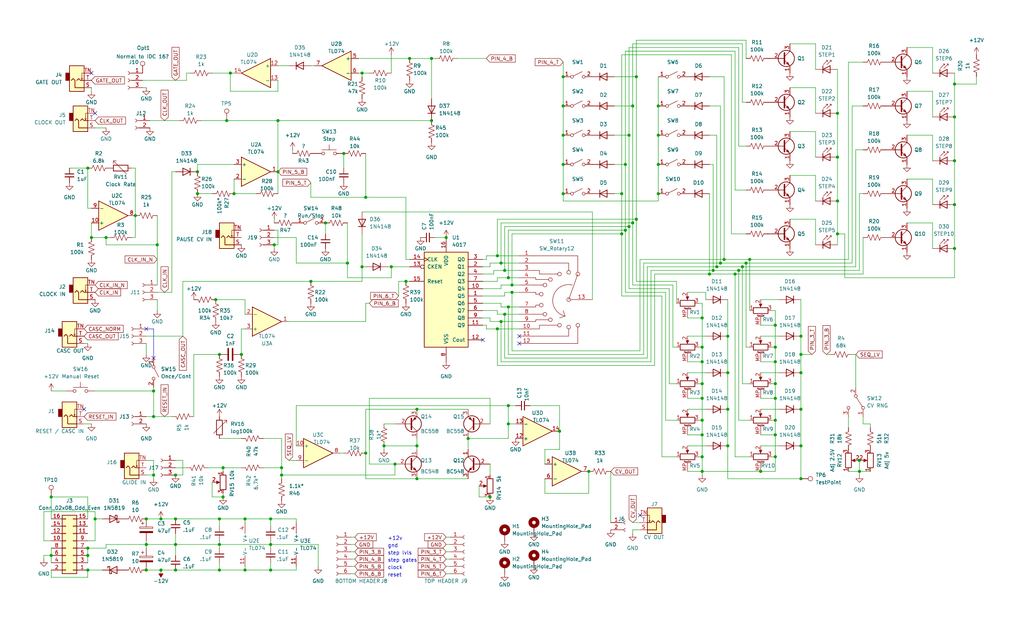
<source format=kicad_sch>
(kicad_sch (version 20230121) (generator eeschema)

  (uuid 0183ccee-e064-4ef2-a2e7-6b862e9a0382)

  (paper "USLegal")

  (title_block
    (comment 1 "Q1 to Q10: 2N3904")
  )

  

  (junction (at 93.98 189.23) (diameter 0) (color 0 0 0 0)
    (uuid 011c419d-5ff7-4363-9075-2856a4ede88f)
  )
  (junction (at 331.47 29.21) (diameter 0) (color 0 0 0 0)
    (uuid 015055e6-efde-4c4f-9c46-23f9a2170636)
  )
  (junction (at 220.98 76.2) (diameter 0) (color 0 0 0 0)
    (uuid 0498acf2-4a42-41b9-8a83-9cb827618b58)
  )
  (junction (at 243.84 158.75) (diameter 0) (color 0 0 0 0)
    (uuid 05073c47-fcd0-4703-b249-b58b15dcd343)
  )
  (junction (at 55.88 198.12) (diameter 0) (color 0 0 0 0)
    (uuid 070dea96-734a-4fe8-a645-17436b18cde3)
  )
  (junction (at 215.9 81.28) (diameter 0) (color 0 0 0 0)
    (uuid 09d976e8-010f-4185-9bdf-d4100d2563b0)
  )
  (junction (at 176.53 147.32) (diameter 0) (color 0 0 0 0)
    (uuid 09dc6ad5-96b3-4257-9951-9520aa58b64e)
  )
  (junction (at 257.81 92.71) (diameter 0) (color 0 0 0 0)
    (uuid 0a417d28-b685-4616-8540-d93b7cb28c4f)
  )
  (junction (at 33.02 180.34) (diameter 0) (color 0 0 0 0)
    (uuid 0a591257-640d-4ffa-adc7-e889a7ee0fde)
  )
  (junction (at 96.52 59.69) (diameter 0) (color 0 0 0 0)
    (uuid 0d11bdee-7ff2-4cb0-b2ff-c9ea355843f1)
  )
  (junction (at 215.9 67.31) (diameter 0) (color 0 0 0 0)
    (uuid 0e892fb9-6784-4f36-b722-0f39176507ea)
  )
  (junction (at 97.79 162.56) (diameter 0) (color 0 0 0 0)
    (uuid 0fa26cf6-f5e1-4549-94db-de87d2901a33)
  )
  (junction (at 195.58 57.15) (diameter 0) (color 0 0 0 0)
    (uuid 1005738a-a047-4fc9-8ad0-6948cc031bdb)
  )
  (junction (at 137.16 161.29) (diameter 0) (color 0 0 0 0)
    (uuid 114f4115-0de8-43e7-a920-c3df365eb20e)
  )
  (junction (at 144.78 166.37) (diameter 0) (color 0 0 0 0)
    (uuid 128a0f63-431a-47f0-bc44-2a56e2ef8490)
  )
  (junction (at 60.96 165.1) (diameter 0) (color 0 0 0 0)
    (uuid 13211f70-52a9-4e95-9b76-3c799300d1ba)
  )
  (junction (at 31.75 82.55) (diameter 0) (color 0 0 0 0)
    (uuid 14d46af3-c6d9-4f7e-b6fd-9a6b2ce626a9)
  )
  (junction (at 54.61 85.09) (diameter 0) (color 0 0 0 0)
    (uuid 18594226-b69a-4ed4-bd94-0670de485a48)
  )
  (junction (at 228.6 67.31) (diameter 0) (color 0 0 0 0)
    (uuid 1a2349e1-c614-4e54-9a0c-d33c56eda138)
  )
  (junction (at 269.24 138.43) (diameter 0) (color 0 0 0 0)
    (uuid 1ae7b0fa-0961-4fa9-b7a3-9899c89833f7)
  )
  (junction (at 53.34 144.78) (diameter 0) (color 0 0 0 0)
    (uuid 1af74c4a-3bf5-481f-903d-93cab53c2751)
  )
  (junction (at 204.47 163.83) (diameter 0) (color 0 0 0 0)
    (uuid 1c64c6c6-3c7b-4ea7-b7e3-2713d3f0a6c0)
  )
  (junction (at 68.58 67.31) (diameter 0) (color 0 0 0 0)
    (uuid 1cbe768f-d83e-48ea-9fc1-0ccbc01d54e1)
  )
  (junction (at 36.83 82.55) (diameter 0) (color 0 0 0 0)
    (uuid 1eb6c036-2edc-4802-b357-55e95c7d1581)
  )
  (junction (at 278.13 142.24) (diameter 0) (color 0 0 0 0)
    (uuid 1f16cde0-4b57-41af-b788-635dc2b5639e)
  )
  (junction (at 243.84 163.83) (diameter 0) (color 0 0 0 0)
    (uuid 20518cc6-f725-4d5e-9baf-324b533dcf19)
  )
  (junction (at 119.38 53.34) (diameter 0) (color 0 0 0 0)
    (uuid 2233ba33-dabb-42e5-a601-266667039581)
  )
  (junction (at 248.92 92.71) (diameter 0) (color 0 0 0 0)
    (uuid 22e49040-8e3d-42cb-ace8-4c4c8065d68d)
  )
  (junction (at 133.35 154.94) (diameter 0) (color 0 0 0 0)
    (uuid 2367f8f9-1876-4449-90c9-edb668827099)
  )
  (junction (at 269.24 146.05) (diameter 0) (color 0 0 0 0)
    (uuid 27b98583-ea3b-43ee-a47e-c4036dcc0071)
  )
  (junction (at 290.83 39.37) (diameter 0) (color 0 0 0 0)
    (uuid 31130b81-9c05-48b1-944c-ae88c1bdc9ee)
  )
  (junction (at 60.96 198.12) (diameter 0) (color 0 0 0 0)
    (uuid 34913eb3-6602-4ff0-af27-7abea154e8fe)
  )
  (junction (at 278.13 166.37) (diameter 0) (color 0 0 0 0)
    (uuid 349bc12f-e94f-4f55-911d-565566a403c5)
  )
  (junction (at 50.8 189.23) (diameter 0) (color 0 0 0 0)
    (uuid 35d8efe1-1c04-4f27-ae57-90e4de5a951e)
  )
  (junction (at 264.16 163.83) (diameter 0) (color 0 0 0 0)
    (uuid 36870a77-2079-4eaf-9c37-89b750ef9218)
  )
  (junction (at 125.73 25.4) (diameter 0) (color 0 0 0 0)
    (uuid 38f6937f-546f-433a-8623-80cc044ca6c1)
  )
  (junction (at 269.24 125.73) (diameter 0) (color 0 0 0 0)
    (uuid 3ae19dab-d8af-48d0-b430-a62911e3184a)
  )
  (junction (at 53.34 135.89) (diameter 0) (color 0 0 0 0)
    (uuid 3c3d0576-a51f-4b49-95af-83f1039dea1a)
  )
  (junction (at 76.2 198.12) (diameter 0) (color 0 0 0 0)
    (uuid 3dcacbfb-08e0-4510-8094-b15a3607711d)
  )
  (junction (at 331.47 55.88) (diameter 0) (color 0 0 0 0)
    (uuid 3efeea15-2555-409e-af77-545dcbe14fc3)
  )
  (junction (at 331.47 40.64) (diameter 0) (color 0 0 0 0)
    (uuid 42def11b-5506-426d-89af-6663d275c9b9)
  )
  (junction (at 76.2 189.23) (diameter 0) (color 0 0 0 0)
    (uuid 43006a6e-3e71-467b-8ff5-5e161aa64490)
  )
  (junction (at 252.73 142.24) (diameter 0) (color 0 0 0 0)
    (uuid 43486642-a052-4f5a-9f32-2a67b59c5169)
  )
  (junction (at 17.78 172.72) (diameter 0) (color 0 0 0 0)
    (uuid 453ef305-8e7c-435f-9621-3d0c812bcc89)
  )
  (junction (at 97.79 165.1) (diameter 0) (color 0 0 0 0)
    (uuid 45b010ce-c4f6-458b-a67c-2b71a975c612)
  )
  (junction (at 218.44 46.99) (diameter 0) (color 0 0 0 0)
    (uuid 478e64c5-1054-428f-be6c-eb3bb90547f2)
  )
  (junction (at 176.53 106.68) (diameter 0) (color 0 0 0 0)
    (uuid 4a52cef7-51fb-4872-9b1d-d243f7d9fced)
  )
  (junction (at 175.26 109.22) (diameter 0) (color 0 0 0 0)
    (uuid 4c421e5c-91b5-4d6a-a64b-8fa06442d4fc)
  )
  (junction (at 228.6 46.99) (diameter 0) (color 0 0 0 0)
    (uuid 4d380500-1a1b-4593-83c0-bb847f5d9030)
  )
  (junction (at 290.83 69.85) (diameter 0) (color 0 0 0 0)
    (uuid 4d8cc647-2c0b-4167-8dec-d35a59f3a146)
  )
  (junction (at 149.86 41.91) (diameter 0) (color 0 0 0 0)
    (uuid 50aea820-6df7-4352-a6e8-43ac4e358895)
  )
  (junction (at 219.71 36.83) (diameter 0) (color 0 0 0 0)
    (uuid 535dec9e-082b-46b3-be6d-f39446f80371)
  )
  (junction (at 149.86 20.32) (diameter 0) (color 0 0 0 0)
    (uuid 55976355-6669-4f8f-b76c-d74fcf111d2e)
  )
  (junction (at 243.84 133.35) (diameter 0) (color 0 0 0 0)
    (uuid 58acb13d-c688-405c-ba87-f0c93138f77e)
  )
  (junction (at 30.48 198.12) (diameter 0) (color 0 0 0 0)
    (uuid 59d80ebf-c408-46df-99f6-8225dd2d451e)
  )
  (junction (at 194.31 149.86) (diameter 0) (color 0 0 0 0)
    (uuid 59faed92-55d5-4b06-aed3-b42bf6f48bfb)
  )
  (junction (at 113.03 77.47) (diameter 0) (color 0 0 0 0)
    (uuid 5a17c9dd-deb4-4246-a7ef-8ff4d0caae90)
  )
  (junction (at 96.52 41.91) (diameter 0) (color 0 0 0 0)
    (uuid 5cc55340-5bc5-419d-a217-020861c33d2a)
  )
  (junction (at 17.78 193.04) (diameter 0) (color 0 0 0 0)
    (uuid 5e43a13b-7929-4de6-aa7b-c3e0fe9c554a)
  )
  (junction (at 77.47 172.72) (diameter 0) (color 0 0 0 0)
    (uuid 5f2bc23f-3bad-434f-9925-74977bb5961b)
  )
  (junction (at 195.58 67.31) (diameter 0) (color 0 0 0 0)
    (uuid 62b2006d-72f2-43af-8dd8-d22d4538bec8)
  )
  (junction (at 219.71 77.47) (diameter 0) (color 0 0 0 0)
    (uuid 650c9c1e-dd03-4cc5-85cd-e8c16e051c0d)
  )
  (junction (at 173.99 111.76) (diameter 0) (color 0 0 0 0)
    (uuid 65781ae4-12cd-4edb-afdd-f057d2bbdd6d)
  )
  (junction (at 290.83 81.28) (diameter 0) (color 0 0 0 0)
    (uuid 6937e5a9-aeda-4677-95e0-d6843faf6a2f)
  )
  (junction (at 177.8 99.06) (diameter 0) (color 0 0 0 0)
    (uuid 6f1b7e21-af3c-49e4-98c5-bd7afee3aa10)
  )
  (junction (at 77.47 162.56) (diameter 0) (color 0 0 0 0)
    (uuid 71300f2a-f12b-4bc8-978e-09b48ecc60b1)
  )
  (junction (at 81.28 67.31) (diameter 0) (color 0 0 0 0)
    (uuid 71f2ba65-3980-44ae-aa6c-34e37e6e5dd3)
  )
  (junction (at 120.65 91.44) (diameter 0) (color 0 0 0 0)
    (uuid 74d2b990-0db1-4f76-b295-92ef9016a381)
  )
  (junction (at 176.53 140.97) (diameter 0) (color 0 0 0 0)
    (uuid 7600cb2a-32f7-4489-9b78-c1e134d734a4)
  )
  (junction (at 269.24 113.03) (diameter 0) (color 0 0 0 0)
    (uuid 767b877d-b030-4ea2-8f6b-a4eb58b2cabd)
  )
  (junction (at 252.73 129.54) (diameter 0) (color 0 0 0 0)
    (uuid 7683bb13-bd13-4b8f-b12b-18d4b994597f)
  )
  (junction (at 331.47 71.12) (diameter 0) (color 0 0 0 0)
    (uuid 768ba6d3-c917-431d-861b-17958550ac6e)
  )
  (junction (at 78.74 41.91) (diameter 0) (color 0 0 0 0)
    (uuid 78e10528-90c0-45b4-b4a7-6a4d1dbbcad7)
  )
  (junction (at 30.48 193.04) (diameter 0) (color 0 0 0 0)
    (uuid 796cdd9b-9f6f-4fba-a060-e83d39453b75)
  )
  (junction (at 298.45 163.83) (diameter 0) (color 0 0 0 0)
    (uuid 7a23dbcb-dae6-422b-9cd0-f2f3ce3b5e93)
  )
  (junction (at 278.13 123.19) (diameter 0) (color 0 0 0 0)
    (uuid 7acfb6e1-ec1e-4c73-b1ba-c3d051956343)
  )
  (junction (at 144.78 154.94) (diameter 0) (color 0 0 0 0)
    (uuid 804bbfdc-90eb-4088-82a2-50c0b5552fe8)
  )
  (junction (at 142.24 20.32) (diameter 0) (color 0 0 0 0)
    (uuid 81b707c6-4d1b-4c44-b952-073cc7619071)
  )
  (junction (at 140.97 97.79) (diameter 0) (color 0 0 0 0)
    (uuid 83d3da38-7d97-4ef6-906a-3b9f116dce77)
  )
  (junction (at 172.72 114.3) (diameter 0) (color 0 0 0 0)
    (uuid 847ef4d2-a26f-4334-a34e-13bf1aefa8b2)
  )
  (junction (at 269.24 120.65) (diameter 0) (color 0 0 0 0)
    (uuid 85ce6f8b-55c0-4125-98ec-c92d18f3b2cb)
  )
  (junction (at 172.72 88.9) (diameter 0) (color 0 0 0 0)
    (uuid 8d1e2f59-09df-446a-8639-75d0c8288f3e)
  )
  (junction (at 50.8 198.12) (diameter 0) (color 0 0 0 0)
    (uuid 8d898de1-58e4-4ad6-88e0-c7766d796ae3)
  )
  (junction (at 278.13 154.94) (diameter 0) (color 0 0 0 0)
    (uuid 8ef872ae-231a-46e1-83d2-df835c2295e7)
  )
  (junction (at 195.58 26.67) (diameter 0) (color 0 0 0 0)
    (uuid 8f604f0d-51fa-4bd5-9228-1c6aa2221bab)
  )
  (junction (at 83.82 123.19) (diameter 0) (color 0 0 0 0)
    (uuid 8fb6715c-6505-4fef-9b98-24204da0643f)
  )
  (junction (at 246.38 95.25) (diameter 0) (color 0 0 0 0)
    (uuid 9111096c-9f99-4805-88e0-1ecb8b44ed9a)
  )
  (junction (at 247.65 93.98) (diameter 0) (color 0 0 0 0)
    (uuid 944cc285-6a62-40b6-820c-0bf3e6478689)
  )
  (junction (at 195.58 36.83) (diameter 0) (color 0 0 0 0)
    (uuid 95441015-4f24-4c38-849e-33064da69901)
  )
  (junction (at 217.17 80.01) (diameter 0) (color 0 0 0 0)
    (uuid 9565087c-cf3a-4845-af35-06f33ae21a17)
  )
  (junction (at 217.17 57.15) (diameter 0) (color 0 0 0 0)
    (uuid 9582a71e-cabb-4a8d-9541-18a03a4e4669)
  )
  (junction (at 135.89 92.71) (diameter 0) (color 0 0 0 0)
    (uuid 97e81843-8bc0-4eaa-82d5-51a597d3399d)
  )
  (junction (at 30.48 190.5) (diameter 0) (color 0 0 0 0)
    (uuid 99faebab-e1d0-47b6-8d10-147e19486063)
  )
  (junction (at 68.58 59.69) (diameter 0) (color 0 0 0 0)
    (uuid 9b8f24ea-e58d-440d-93f3-c07dea705b1a)
  )
  (junction (at 243.84 110.49) (diameter 0) (color 0 0 0 0)
    (uuid 9c607e57-8baf-4bfe-b6e8-f6695e679d02)
  )
  (junction (at 125.73 92.71) (diameter 0) (color 0 0 0 0)
    (uuid 9d47f8ad-d93a-4774-b60d-bcdb7267038b)
  )
  (junction (at 50.8 180.34) (diameter 0) (color 0 0 0 0)
    (uuid 9da8acd3-6492-4971-97af-b423114b3ac8)
  )
  (junction (at 30.48 58.42) (diameter 0) (color 0 0 0 0)
    (uuid 9e8b19ae-b85c-4ec5-b1ca-1bb1456dc798)
  )
  (junction (at 144.78 142.24) (diameter 0) (color 0 0 0 0)
    (uuid a2987099-838f-455f-9e94-9d833c8164b9)
  )
  (junction (at 80.01 25.4) (diameter 0) (color 0 0 0 0)
    (uuid a331e07c-e7a1-4551-84e8-96406472563e)
  )
  (junction (at 154.94 82.55) (diameter 0) (color 0 0 0 0)
    (uuid a3f18d3e-6080-4bc0-a898-7828693b0f40)
  )
  (junction (at 269.24 151.13) (diameter 0) (color 0 0 0 0)
    (uuid a719f73e-4927-449b-9891-4c97841033f4)
  )
  (junction (at 162.56 152.4) (diameter 0) (color 0 0 0 0)
    (uuid ac63d6df-2d67-424f-aa90-a97139cace46)
  )
  (junction (at 85.09 198.12) (diameter 0) (color 0 0 0 0)
    (uuid ae921906-958f-4de1-bf49-f8c1f5c5669f)
  )
  (junction (at 278.13 116.84) (diameter 0) (color 0 0 0 0)
    (uuid b35f0117-4ffc-4845-b6b1-4d3147eed72c)
  )
  (junction (at 243.84 138.43) (diameter 0) (color 0 0 0 0)
    (uuid b485af36-029a-4217-8fbf-705d3c1c1dca)
  )
  (junction (at 255.27 95.25) (diameter 0) (color 0 0 0 0)
    (uuid b727ddeb-e0f5-4ea5-93cc-095f4ba30d99)
  )
  (junction (at 220.98 26.67) (diameter 0) (color 0 0 0 0)
    (uuid b7787053-b507-4014-9616-9b7e32bb3fb4)
  )
  (junction (at 243.84 151.13) (diameter 0) (color 0 0 0 0)
    (uuid b8771b17-a68e-4879-a748-6b58e261bc04)
  )
  (junction (at 195.58 46.99) (diameter 0) (color 0 0 0 0)
    (uuid bd82b9fa-a008-41f6-92cf-85b7b1e8c93d)
  )
  (junction (at 173.99 91.44) (diameter 0) (color 0 0 0 0)
    (uuid c3165b36-2268-4803-91af-6b3caf83b2c5)
  )
  (junction (at 53.34 165.1) (diameter 0) (color 0 0 0 0)
    (uuid c420dbf7-2760-4dab-99a7-94871c4cbccc)
  )
  (junction (at 228.6 57.15) (diameter 0) (color 0 0 0 0)
    (uuid c78aa1eb-9252-4494-957d-f94af88e7704)
  )
  (junction (at 252.73 154.94) (diameter 0) (color 0 0 0 0)
    (uuid c7949983-f3dc-40fa-826a-06f40ff209d1)
  )
  (junction (at 269.24 133.35) (diameter 0) (color 0 0 0 0)
    (uuid d31fbc09-8155-4c78-80c7-19fb3d6e0db2)
  )
  (junction (at 55.88 180.34) (diameter 0) (color 0 0 0 0)
    (uuid d686accf-e0b1-432e-8335-2b2b106f4f06)
  )
  (junction (at 250.19 91.44) (diameter 0) (color 0 0 0 0)
    (uuid d6ed081a-9498-46b4-bec6-46c62fd2bda8)
  )
  (junction (at 60.96 180.34) (diameter 0) (color 0 0 0 0)
    (uuid d74b0c90-c805-4076-b9b5-8bd82c5fb948)
  )
  (junction (at 260.35 90.17) (diameter 0) (color 0 0 0 0)
    (uuid d837efc5-eda4-4ce5-a2e2-e91389040a5f)
  )
  (junction (at 298.45 160.02) (diameter 0) (color 0 0 0 0)
    (uuid d8406845-f76e-4ecd-9261-5ea53c984a40)
  )
  (junction (at 74.93 104.14) (diameter 0) (color 0 0 0 0)
    (uuid db1805a6-f52b-4206-bc0c-20f880d385e0)
  )
  (junction (at 269.24 158.75) (diameter 0) (color 0 0 0 0)
    (uuid db203f07-ab4d-494d-bd81-fb9cdba5141c)
  )
  (junction (at 85.09 180.34) (diameter 0) (color 0 0 0 0)
    (uuid dbc71a58-d67f-4b85-b551-ab8f67a7651f)
  )
  (junction (at 93.98 198.12) (diameter 0) (color 0 0 0 0)
    (uuid dc0b2b96-4d5f-4fdc-9487-fc344d8894f6)
  )
  (junction (at 177.8 101.6) (diameter 0) (color 0 0 0 0)
    (uuid dc2eb1dc-1766-46e0-840b-77ec38027cdb)
  )
  (junction (at 76.2 180.34) (diameter 0) (color 0 0 0 0)
    (uuid dfa49811-dab2-4b84-83bd-7a18b81556a9)
  )
  (junction (at 46.99 74.93) (diameter 0) (color 0 0 0 0)
    (uuid e6647efc-c800-4a38-8dc9-53bcbaf0134c)
  )
  (junction (at 256.54 93.98) (diameter 0) (color 0 0 0 0)
    (uuid e69b8516-11e7-4e53-8831-f21995f730f9)
  )
  (junction (at 243.84 146.05) (diameter 0) (color 0 0 0 0)
    (uuid e6a097f1-33bd-4a96-ad0c-cecec42277ee)
  )
  (junction (at 176.53 96.52) (diameter 0) (color 0 0 0 0)
    (uuid e6beb79f-38c1-4d4a-999f-e1438ac7a26f)
  )
  (junction (at 95.25 85.09) (diameter 0) (color 0 0 0 0)
    (uuid e7fc8c30-38dd-4457-ba3a-2bdf00315fcb)
  )
  (junction (at 175.26 93.98) (diameter 0) (color 0 0 0 0)
    (uuid e97e5170-2deb-493e-8e2b-576288576b0c)
  )
  (junction (at 243.84 120.65) (diameter 0) (color 0 0 0 0)
    (uuid eb0e99ea-e310-4fa5-bb8e-26935703a7c9)
  )
  (junction (at 228.6 36.83) (diameter 0) (color 0 0 0 0)
    (uuid ebce4ade-a0ca-4562-91a2-768c0bba2afe)
  )
  (junction (at 331.47 86.36) (diameter 0) (color 0 0 0 0)
    (uuid ec39c78a-5b4c-48b4-8cff-3903a6ca84a5)
  )
  (junction (at 170.18 172.72) (diameter 0) (color 0 0 0 0)
    (uuid ec41788d-da39-4da3-8917-0d97c91007ad)
  )
  (junction (at 218.44 78.74) (diameter 0) (color 0 0 0 0)
    (uuid eeb0b500-9121-4393-9984-5ab628b43028)
  )
  (junction (at 107.95 97.79) (diameter 0) (color 0 0 0 0)
    (uuid f00bb7e5-b3c8-4704-a99c-9b8412be8d2e)
  )
  (junction (at 251.46 90.17) (diameter 0) (color 0 0 0 0)
    (uuid f1159bce-7ed4-480b-b27d-26a8b28fc5e7)
  )
  (junction (at 60.96 189.23) (diameter 0) (color 0 0 0 0)
    (uuid f231537b-b45f-44b0-81f6-2ddc919320e4)
  )
  (junction (at 278.13 129.54) (diameter 0) (color 0 0 0 0)
    (uuid f40ab3cd-d74f-4ed5-9a0f-10ed44cbe68c)
  )
  (junction (at 127 157.48) (diameter 0) (color 0 0 0 0)
    (uuid f40c5ae5-10ab-41e9-8566-5b2b0eac56a7)
  )
  (junction (at 93.98 180.34) (diameter 0) (color 0 0 0 0)
    (uuid f413e20b-046e-4341-a5e4-878a914081d8)
  )
  (junction (at 243.84 125.73) (diameter 0) (color 0 0 0 0)
    (uuid f76c79a1-a2b8-4183-8520-495d8023bb81)
  )
  (junction (at 76.2 123.19) (diameter 0) (color 0 0 0 0)
    (uuid f7937d44-1234-4d17-9c3b-d03b7870d627)
  )
  (junction (at 252.73 116.84) (diameter 0) (color 0 0 0 0)
    (uuid f7bd8324-ce99-43ed-9828-097d6b2d30b7)
  )
  (junction (at 127 68.58) (diameter 0) (color 0 0 0 0)
    (uuid f879b071-976f-4821-a895-362deeea5269)
  )
  (junction (at 290.83 54.61) (diameter 0) (color 0 0 0 0)
    (uuid fbe51f3b-939f-4e45-9202-99cf4fc92e06)
  )
  (junction (at 259.08 91.44) (diameter 0) (color 0 0 0 0)
    (uuid fc5021b0-f783-415c-88fd-5e5c25fa0603)
  )

  (no_connect (at 53.34 124.46) (uuid 09c38722-4d8b-47b6-9b35-c471cd03731b))
  (no_connect (at 180.34 116.84) (uuid 1dd65b67-37d9-4baa-8be4-c7291463e8f7))
  (no_connect (at 33.02 39.37) (uuid 2feef5e9-6b8d-4694-beb1-00bb1b0a4228))
  (no_connect (at 50.8 114.3) (uuid 34a6103c-4cb8-421f-a61b-cc641662e367))
  (no_connect (at 31.75 25.4) (uuid 446da471-8981-49d3-99b0-da92f5516dea))
  (no_connect (at 222.25 179.07) (uuid 9cbae67f-2838-44ec-82b9-01b4e6c02a7c))
  (no_connect (at 29.21 142.24) (uuid dcf78844-6e34-4c76-8942-da9844c91b03))
  (no_connect (at 180.34 119.38) (uuid ef7bb7ed-7285-4098-b34b-6145d18519b0))
  (no_connect (at 167.64 118.11) (uuid f676239d-d10b-49dc-b8af-d9af617e51bc))

  (wire (pts (xy 102.87 180.34) (xy 102.87 181.61))
    (stroke (width 0) (type default))
    (uuid 0074c357-3ded-4010-9e9e-5ab05367bde2)
  )
  (wire (pts (xy 299.72 147.32) (xy 299.72 144.78))
    (stroke (width 0) (type default))
    (uuid 00813752-da5b-4695-a3cd-4b9603ae089c)
  )
  (wire (pts (xy 323.85 16.51) (xy 323.85 25.4))
    (stroke (width 0) (type default))
    (uuid 00c16e64-cf00-4334-acbc-55381a0d48ab)
  )
  (wire (pts (xy 217.17 80.01) (xy 217.17 101.6))
    (stroke (width 0) (type default))
    (uuid 01768d08-037c-44b9-bbd7-ad6616eee0eb)
  )
  (wire (pts (xy 119.38 53.34) (xy 119.38 58.42))
    (stroke (width 0) (type default))
    (uuid 018f8fd6-b035-40b0-be7b-71aec0204c43)
  )
  (wire (pts (xy 30.48 172.72) (xy 17.78 172.72))
    (stroke (width 0) (type default))
    (uuid 030e737b-7dd4-48cd-83e8-cf50a87ec4fe)
  )
  (wire (pts (xy 177.8 81.28) (xy 215.9 81.28))
    (stroke (width 0) (type default))
    (uuid 03eb185b-91c9-48bb-be55-932253ac2aa4)
  )
  (wire (pts (xy 177.8 81.28) (xy 177.8 99.06))
    (stroke (width 0) (type default))
    (uuid 040c08b7-8619-4363-b0c0-a3c89b9fe9fa)
  )
  (wire (pts (xy 173.99 99.06) (xy 177.8 99.06))
    (stroke (width 0) (type default))
    (uuid 045388af-7ac1-402f-8d73-1cfa13cfe524)
  )
  (wire (pts (xy 283.21 60.96) (xy 283.21 69.85))
    (stroke (width 0) (type default))
    (uuid 04d5d949-d504-41df-a482-2f952cf84e9a)
  )
  (wire (pts (xy 162.56 152.4) (xy 162.56 156.21))
    (stroke (width 0) (type default))
    (uuid 05036a34-3c4b-4199-832d-56cdf367979a)
  )
  (wire (pts (xy 189.23 166.37) (xy 189.23 171.45))
    (stroke (width 0) (type default))
    (uuid 055c5ca5-4451-47d3-bb56-e34c32681e18)
  )
  (wire (pts (xy 213.36 36.83) (xy 219.71 36.83))
    (stroke (width 0) (type default))
    (uuid 05fb5efb-370e-404c-a59c-940a8449859e)
  )
  (wire (pts (xy 323.85 77.47) (xy 323.85 86.36))
    (stroke (width 0) (type default))
    (uuid 063e9571-37e4-4ce1-82ca-e468fac0a01e)
  )
  (wire (pts (xy 331.47 96.52) (xy 293.37 96.52))
    (stroke (width 0) (type default))
    (uuid 06d1e7d8-a1e6-4ca1-ac92-30378d5e8ad9)
  )
  (wire (pts (xy 264.16 142.24) (xy 270.51 142.24))
    (stroke (width 0) (type default))
    (uuid 06f0abdf-8e14-4d93-a747-a90bbceed4e0)
  )
  (wire (pts (xy 125.73 25.4) (xy 128.27 25.4))
    (stroke (width 0) (type default))
    (uuid 07662333-109f-4e1d-aa49-1b813e80c3ea)
  )
  (wire (pts (xy 176.53 140.97) (xy 176.53 147.32))
    (stroke (width 0) (type default))
    (uuid 08183fa5-9e38-459f-94d1-6534d3217479)
  )
  (wire (pts (xy 97.79 162.56) (xy 97.79 165.1))
    (stroke (width 0) (type default))
    (uuid 08c12573-1d00-4152-bf96-0330a5186aa7)
  )
  (wire (pts (xy 175.26 93.98) (xy 180.34 93.98))
    (stroke (width 0) (type default))
    (uuid 08fc2023-0ce2-4ad4-b9c4-e4a56942bc69)
  )
  (wire (pts (xy 238.76 101.6) (xy 245.11 101.6))
    (stroke (width 0) (type default))
    (uuid 098a8db1-4e79-4cc7-b7d3-c7f052fd7d67)
  )
  (wire (pts (xy 64.77 25.4) (xy 64.77 27.94))
    (stroke (width 0) (type default))
    (uuid 098ef421-6dfa-46c3-a51f-badc3b509476)
  )
  (wire (pts (xy 269.24 125.73) (xy 269.24 133.35))
    (stroke (width 0) (type default))
    (uuid 0aae015e-ada4-4d8d-830e-581ff6054554)
  )
  (wire (pts (xy 120.65 77.47) (xy 120.65 91.44))
    (stroke (width 0) (type default))
    (uuid 0afcf71d-e27b-42ac-8e49-9fc27a2a3d8a)
  )
  (wire (pts (xy 227.33 95.25) (xy 227.33 127))
    (stroke (width 0) (type default))
    (uuid 0b07f73d-2d6d-40ad-8fbc-b56d2762406b)
  )
  (wire (pts (xy 156.21 194.31) (xy 154.94 194.31))
    (stroke (width 0) (type default))
    (uuid 0c05ca19-b3c9-471c-80da-c99c08197811)
  )
  (wire (pts (xy 53.34 134.62) (xy 53.34 135.89))
    (stroke (width 0) (type default))
    (uuid 0c0dc030-d366-44cd-ad75-2281e562d347)
  )
  (wire (pts (xy 50.8 180.34) (xy 55.88 180.34))
    (stroke (width 0) (type default))
    (uuid 0c536f4b-aac4-412d-b145-1b39bcabf054)
  )
  (wire (pts (xy 113.03 77.47) (xy 113.03 81.28))
    (stroke (width 0) (type default))
    (uuid 0cccf34f-582d-4230-baae-29cbcc1b0293)
  )
  (wire (pts (xy 233.68 120.65) (xy 234.95 120.65))
    (stroke (width 0) (type default))
    (uuid 0d2cbd8f-e182-485f-b0aa-0bcb88313e0d)
  )
  (wire (pts (xy 172.72 76.2) (xy 220.98 76.2))
    (stroke (width 0) (type default))
    (uuid 0db3a00a-a1d5-4cd6-b0cb-4ae307b391fc)
  )
  (wire (pts (xy 50.8 116.84) (xy 63.5 116.84))
    (stroke (width 0) (type default))
    (uuid 0ede00d9-4423-44a5-9f8c-dd2203ff7edf)
  )
  (wire (pts (xy 215.9 67.31) (xy 215.9 81.28))
    (stroke (width 0) (type default))
    (uuid 0f1734ee-cd02-4d41-9fbf-6617974ac5d4)
  )
  (wire (pts (xy 267.97 158.75) (xy 269.24 158.75))
    (stroke (width 0) (type default))
    (uuid 0f5f0a99-a8e0-4a22-b15e-cb5611f26383)
  )
  (wire (pts (xy 30.48 198.12) (xy 35.56 198.12))
    (stroke (width 0) (type default))
    (uuid 0f8dd740-fdcc-4317-89c4-b9db47e391af)
  )
  (wire (pts (xy 297.18 123.19) (xy 297.18 134.62))
    (stroke (width 0) (type default))
    (uuid 106d3330-79e1-485c-b84b-fb3a48f7c730)
  )
  (wire (pts (xy 228.6 36.83) (xy 228.6 46.99))
    (stroke (width 0) (type default))
    (uuid 10f6aee3-5b64-49d4-88c9-014b38ee8ca9)
  )
  (wire (pts (xy 93.98 189.23) (xy 110.49 189.23))
    (stroke (width 0) (type default))
    (uuid 12411b7f-c35d-4e9e-935a-4f399f73002c)
  )
  (wire (pts (xy 177.8 101.6) (xy 180.34 101.6))
    (stroke (width 0) (type default))
    (uuid 1297ee5e-d2cd-4e04-a398-7d8af3200b89)
  )
  (wire (pts (xy 125.73 25.4) (xy 125.73 26.67))
    (stroke (width 0) (type default))
    (uuid 12d45c8a-a164-498c-b47b-30a8d7ba0cf9)
  )
  (wire (pts (xy 167.64 100.33) (xy 173.99 100.33))
    (stroke (width 0) (type default))
    (uuid 13046eb0-59a1-4cbe-9e1c-0df6525dae05)
  )
  (wire (pts (xy 252.73 104.14) (xy 252.73 116.84))
    (stroke (width 0) (type default))
    (uuid 1361fa46-9c97-4e5b-9ce3-a8e351407360)
  )
  (wire (pts (xy 269.24 120.65) (xy 269.24 125.73))
    (stroke (width 0) (type default))
    (uuid 13b1e1a2-44b4-4ab8-90e9-84ccaebb4026)
  )
  (wire (pts (xy 168.91 90.17) (xy 167.64 90.17))
    (stroke (width 0) (type default))
    (uuid 13f1b5d6-74da-4b80-89a0-87006257fd05)
  )
  (wire (pts (xy 173.99 77.47) (xy 173.99 91.44))
    (stroke (width 0) (type default))
    (uuid 1428f379-0a0c-4b46-9c0a-312af3a66d03)
  )
  (wire (pts (xy 290.83 39.37) (xy 290.83 54.61))
    (stroke (width 0) (type default))
    (uuid 14594e85-7026-44fb-9209-57e9f54c91a0)
  )
  (wire (pts (xy 80.01 25.4) (xy 80.01 31.75))
    (stroke (width 0) (type default))
    (uuid 15a371e5-bc1a-4597-8348-4a59dca82472)
  )
  (wire (pts (xy 259.08 81.28) (xy 254 81.28))
    (stroke (width 0) (type default))
    (uuid 15ec230e-505a-4acc-82a6-0e51e2ff84c6)
  )
  (wire (pts (xy 248.92 46.99) (xy 248.92 92.71))
    (stroke (width 0) (type default))
    (uuid 1698c7d9-b8e5-4704-a0d2-1b986cb59d73)
  )
  (wire (pts (xy 213.36 26.67) (xy 220.98 26.67))
    (stroke (width 0) (type default))
    (uuid 16f3a0f3-d1f1-4fb2-a80d-15f72a38032a)
  )
  (wire (pts (xy 283.21 76.2) (xy 283.21 85.09))
    (stroke (width 0) (type default))
    (uuid 17a13294-042c-43c9-8ded-148b1e9d71f7)
  )
  (wire (pts (xy 73.66 25.4) (xy 80.01 25.4))
    (stroke (width 0) (type default))
    (uuid 1841956a-1591-49dd-9020-444fd924a1f3)
  )
  (wire (pts (xy 60.96 189.23) (xy 76.2 189.23))
    (stroke (width 0) (type default))
    (uuid 18a9b380-41a9-4d7b-8e51-14f4e71ddee8)
  )
  (wire (pts (xy 269.24 151.13) (xy 269.24 158.75))
    (stroke (width 0) (type default))
    (uuid 196c782f-b66d-41f4-86f0-1babb6b2abf7)
  )
  (wire (pts (xy 252.73 129.54) (xy 252.73 142.24))
    (stroke (width 0) (type default))
    (uuid 1a800bfd-a0ca-4bb2-9a47-5fcf6236fee7)
  )
  (wire (pts (xy 24.13 58.42) (xy 30.48 58.42))
    (stroke (width 0) (type default))
    (uuid 1b61b2be-e523-4af5-b41e-835c62fcc0ec)
  )
  (wire (pts (xy 213.36 57.15) (xy 217.17 57.15))
    (stroke (width 0) (type default))
    (uuid 1bec21ce-c1b0-43f2-84f4-0225643a7804)
  )
  (wire (pts (xy 172.72 114.3) (xy 180.34 114.3))
    (stroke (width 0) (type default))
    (uuid 1c4a0c24-e7eb-4db8-9ac6-2f85abb75c6a)
  )
  (wire (pts (xy 242.57 146.05) (xy 243.84 146.05))
    (stroke (width 0) (type default))
    (uuid 1c5145b4-2577-4032-a680-0c675a556095)
  )
  (wire (pts (xy 123.19 189.23) (xy 121.92 189.23))
    (stroke (width 0) (type default))
    (uuid 1c65ea17-1ca8-47ee-8a7f-596aa86948f6)
  )
  (wire (pts (xy 331.47 40.64) (xy 331.47 55.88))
    (stroke (width 0) (type default))
    (uuid 1c9c9a13-3d68-4a18-90f3-e657653cd765)
  )
  (wire (pts (xy 229.87 102.87) (xy 229.87 158.75))
    (stroke (width 0) (type default))
    (uuid 1cdf5679-3d77-4ae5-90df-15c79204965e)
  )
  (wire (pts (xy 195.58 21.59) (xy 195.58 26.67))
    (stroke (width 0) (type default))
    (uuid 1d18c942-eb98-4ced-b8a1-d2e40559f038)
  )
  (wire (pts (xy 133.35 154.94) (xy 133.35 156.21))
    (stroke (width 0) (type default))
    (uuid 1e1c8807-ca5e-4da3-8c9a-c72c951c8980)
  )
  (wire (pts (xy 246.38 95.25) (xy 255.27 95.25))
    (stroke (width 0) (type default))
    (uuid 1e56bced-0848-4b6d-93de-75bc2ebe7173)
  )
  (wire (pts (xy 171.45 93.98) (xy 175.26 93.98))
    (stroke (width 0) (type default))
    (uuid 1e842d7e-3afb-4389-8a10-70842753dfe4)
  )
  (wire (pts (xy 204.47 163.83) (xy 204.47 171.45))
    (stroke (width 0) (type default))
    (uuid 1eb715b4-fca8-4107-885c-492290ccb815)
  )
  (wire (pts (xy 96.52 31.75) (xy 96.52 27.94))
    (stroke (width 0) (type default))
    (uuid 1ed7c6e5-5a4b-40b3-890f-306d5239e58d)
  )
  (wire (pts (xy 63.5 165.1) (xy 60.96 165.1))
    (stroke (width 0) (type default))
    (uuid 1ef6de90-a1cb-40d6-9e09-954c226825c7)
  )
  (wire (pts (xy 195.58 69.85) (xy 228.6 69.85))
    (stroke (width 0) (type default))
    (uuid 1ef86f09-82ba-47e4-8672-6802916cb08c)
  )
  (wire (pts (xy 278.13 123.19) (xy 278.13 129.54))
    (stroke (width 0) (type default))
    (uuid 1f275ef8-700c-48e7-855a-8df8923279a8)
  )
  (wire (pts (xy 176.53 106.68) (xy 176.53 123.19))
    (stroke (width 0) (type default))
    (uuid 1f5fb3d2-62bc-425b-aacc-eff4b3355b08)
  )
  (wire (pts (xy 264.16 104.14) (xy 270.51 104.14))
    (stroke (width 0) (type default))
    (uuid 2103bc5c-5a9a-4fb5-8d2b-abab57fcedd8)
  )
  (wire (pts (xy 63.5 160.02) (xy 63.5 165.1))
    (stroke (width 0) (type default))
    (uuid 212074c7-5ddf-43f3-b85c-821f9c8c11b3)
  )
  (wire (pts (xy 274.32 60.96) (xy 283.21 60.96))
    (stroke (width 0) (type default))
    (uuid 2142e024-aecd-49ce-bac7-fc724e41183e)
  )
  (wire (pts (xy 290.83 85.09) (xy 290.83 81.28))
    (stroke (width 0) (type default))
    (uuid 217b476a-7430-496e-b226-bfeff76aaed1)
  )
  (wire (pts (xy 219.71 36.83) (xy 219.71 77.47))
    (stroke (width 0) (type default))
    (uuid 21ae1422-9ebc-437c-98fd-8cdbba2308f9)
  )
  (wire (pts (xy 80.01 31.75) (xy 96.52 31.75))
    (stroke (width 0) (type default))
    (uuid 2236020f-5772-4486-b9f5-a34ddbb81b87)
  )
  (wire (pts (xy 251.46 26.67) (xy 251.46 90.17))
    (stroke (width 0) (type default))
    (uuid 2332c493-abf4-434c-9cd9-6c2a7f84f621)
  )
  (wire (pts (xy 238.76 138.43) (xy 243.84 138.43))
    (stroke (width 0) (type default))
    (uuid 236e7074-fe32-46d3-bffc-3ea3fe983423)
  )
  (wire (pts (xy 50.8 144.78) (xy 53.34 144.78))
    (stroke (width 0) (type default))
    (uuid 23e4bbb0-876e-4fe1-a791-09b3c24ae7ab)
  )
  (wire (pts (xy 172.72 97.79) (xy 172.72 96.52))
    (stroke (width 0) (type default))
    (uuid 2402964b-e1a0-4e4f-88a2-3fcfd0f241e9)
  )
  (wire (pts (xy 156.21 196.85) (xy 154.94 196.85))
    (stroke (width 0) (type default))
    (uuid 247a67f7-9d2b-4220-b2bc-bf8063e2958d)
  )
  (wire (pts (xy 64.77 27.94) (xy 49.53 27.94))
    (stroke (width 0) (type default))
    (uuid 24944034-5d98-41c7-aeef-5cb520c02c65)
  )
  (wire (pts (xy 180.34 109.22) (xy 175.26 109.22))
    (stroke (width 0) (type default))
    (uuid 25f1a8c9-4ddc-4b07-8058-473337c0d386)
  )
  (wire (pts (xy 171.45 95.25) (xy 171.45 93.98))
    (stroke (width 0) (type default))
    (uuid 2617168f-357c-465d-8a7c-f0f085ebe093)
  )
  (wire (pts (xy 218.44 16.51) (xy 218.44 46.99))
    (stroke (width 0) (type default))
    (uuid 2669e2c1-d335-421d-acc7-c7d0e94f8927)
  )
  (wire (pts (xy 255.27 17.78) (xy 217.17 17.78))
    (stroke (width 0) (type default))
    (uuid 268ae26d-f9f5-41e2-87bd-9c52ffca2778)
  )
  (wire (pts (xy 226.06 93.98) (xy 247.65 93.98))
    (stroke (width 0) (type default))
    (uuid 26a3fa84-f5e0-471a-ae8c-4cc98650a064)
  )
  (wire (pts (xy 231.14 101.6) (xy 231.14 146.05))
    (stroke (width 0) (type default))
    (uuid 26adc095-0dbe-49ad-bfc5-d5a3d0284ac5)
  )
  (wire (pts (xy 80.01 25.4) (xy 81.28 25.4))
    (stroke (width 0) (type default))
    (uuid 26df67a2-3700-4048-9291-14015c5e649a)
  )
  (wire (pts (xy 215.9 102.87) (xy 229.87 102.87))
    (stroke (width 0) (type default))
    (uuid 273375f2-c9ec-4edc-a782-ac73e370b914)
  )
  (wire (pts (xy 246.38 67.31) (xy 246.38 95.25))
    (stroke (width 0) (type default))
    (uuid 273ec1e3-97aa-4f05-98b5-4bd795314f68)
  )
  (wire (pts (xy 33.02 177.8) (xy 33.02 180.34))
    (stroke (width 0) (type default))
    (uuid 274e1a15-558c-455d-8481-5dcf1d901791)
  )
  (wire (pts (xy 50.8 160.02) (xy 53.34 160.02))
    (stroke (width 0) (type default))
    (uuid 27969eb5-a35a-4722-92a4-5e7a0c44ee82)
  )
  (wire (pts (xy 260.35 90.17) (xy 260.35 107.95))
    (stroke (width 0) (type default))
    (uuid 27aff9db-feb7-43cd-bd2b-0a059a1c3f98)
  )
  (wire (pts (xy 30.48 190.5) (xy 36.83 190.5))
    (stroke (width 0) (type default))
    (uuid 28a6d574-2dfb-4694-960a-8299a295dd90)
  )
  (wire (pts (xy 274.32 15.24) (xy 283.21 15.24))
    (stroke (width 0) (type default))
    (uuid 28ff35d7-0b0a-41d5-8ae1-1afd59c15233)
  )
  (wire (pts (xy 252.73 166.37) (xy 278.13 166.37))
    (stroke (width 0) (type default))
    (uuid 2a32df4c-5020-48bc-bdc2-781e1de4a336)
  )
  (wire (pts (xy 168.91 113.03) (xy 168.91 114.3))
    (stroke (width 0) (type default))
    (uuid 2a49ec9d-2e95-484e-a388-0cd3d1738668)
  )
  (wire (pts (xy 170.18 161.29) (xy 170.18 165.1))
    (stroke (width 0) (type default))
    (uuid 2a5fd56a-db7d-4dd8-8f57-e4d9de48bbf7)
  )
  (wire (pts (xy 238.76 154.94) (xy 245.11 154.94))
    (stroke (width 0) (type default))
    (uuid 2b580b61-5b13-402e-b0e3-733870d02d94)
  )
  (wire (pts (xy 175.26 78.74) (xy 218.44 78.74))
    (stroke (width 0) (type default))
    (uuid 2bdd39b5-e18d-4dd6-93db-66e5a729219c)
  )
  (wire (pts (xy 323.85 31.75) (xy 323.85 40.64))
    (stroke (width 0) (type default))
    (uuid 2c4d4887-1b89-421a-9a17-303e4b6b6e04)
  )
  (wire (pts (xy 172.72 114.3) (xy 172.72 127))
    (stroke (width 0) (type default))
    (uuid 2cf0a9b6-feb9-4df6-b6bc-12a2eeff6cbf)
  )
  (wire (pts (xy 93.98 180.34) (xy 93.98 182.88))
    (stroke (width 0) (type default))
    (uuid 2d8f9d37-f968-4055-8ade-55fb4cfd3bae)
  )
  (wire (pts (xy 278.13 142.24) (xy 278.13 154.94))
    (stroke (width 0) (type default))
    (uuid 2de11bca-c98c-4cfb-88f1-7f9c6ba044db)
  )
  (wire (pts (xy 314.96 62.23) (xy 323.85 62.23))
    (stroke (width 0) (type default))
    (uuid 2de13f4b-5e00-4f98-9c6d-73d97ede169a)
  )
  (wire (pts (xy 269.24 133.35) (xy 269.24 138.43))
    (stroke (width 0) (type default))
    (uuid 2e4b1138-f05a-4153-ab7c-0bd0a4f92989)
  )
  (wire (pts (xy 290.83 69.85) (xy 290.83 81.28))
    (stroke (width 0) (type default))
    (uuid 2eae8a5b-fbfb-4b4a-9672-eaa6796849d2)
  )
  (wire (pts (xy 119.38 157.48) (xy 118.11 157.48))
    (stroke (width 0) (type default))
    (uuid 2ec2dfbf-9725-4ce2-a1fe-e99dff645c7b)
  )
  (wire (pts (xy 68.58 57.15) (xy 68.58 59.69))
    (stroke (width 0) (type default))
    (uuid 2ed45247-0681-4c70-98ca-6bad2e80d725)
  )
  (wire (pts (xy 172.72 109.22) (xy 175.26 109.22))
    (stroke (width 0) (type default))
    (uuid 2f2bf9f9-441d-4b62-b51f-674bc20f45ce)
  )
  (wire (pts (xy 29.21 147.32) (xy 31.75 147.32))
    (stroke (width 0) (type default))
    (uuid 2f85001d-e8b7-4b8f-8e7c-e871259ef423)
  )
  (wire (pts (xy 15.24 177.8) (xy 33.02 177.8))
    (stroke (width 0) (type default))
    (uuid 2f8d7545-fa11-4358-b041-1919a39a1c35)
  )
  (wire (pts (xy 96.52 41.91) (xy 78.74 41.91))
    (stroke (width 0) (type default))
    (uuid 2ff26a64-5b01-4d36-9861-f9fccbb4d0a0)
  )
  (wire (pts (xy 123.19 194.31) (xy 121.92 194.31))
    (stroke (width 0) (type default))
    (uuid 3147fcdf-adda-4e00-a5c9-71c6050f9782)
  )
  (wire (pts (xy 331.47 29.21) (xy 339.09 29.21))
    (stroke (width 0) (type default))
    (uuid 322c11db-5286-4058-bdd4-88fa29e053b1)
  )
  (wire (pts (xy 68.58 57.15) (xy 81.28 57.15))
    (stroke (width 0) (type default))
    (uuid 32d6076f-41bf-4c92-b2ef-ba362090bf95)
  )
  (wire (pts (xy 255.27 95.25) (xy 299.72 95.25))
    (stroke (width 0) (type default))
    (uuid 33755df3-2997-41f7-ac73-082db42c8ef8)
  )
  (wire (pts (xy 97.79 152.4) (xy 97.79 162.56))
    (stroke (width 0) (type default))
    (uuid 33901397-8329-4c9b-b843-53fa6c745d66)
  )
  (wire (pts (xy 31.75 72.39) (xy 30.48 72.39))
    (stroke (width 0) (type default))
    (uuid 346a2329-0139-448c-adbc-5c52f0e0b300)
  )
  (wire (pts (xy 278.13 104.14) (xy 278.13 116.84))
    (stroke (width 0) (type default))
    (uuid 34987e7d-1211-4776-bf45-b8d8a02b0058)
  )
  (wire (pts (xy 245.11 101.6) (xy 245.11 104.14))
    (stroke (width 0) (type default))
    (uuid 34b22ab0-a4c3-4543-a6f0-cc70724ecd2e)
  )
  (wire (pts (xy 295.91 36.83) (xy 299.72 36.83))
    (stroke (width 0) (type default))
    (uuid 3540ec8d-5eb3-4afc-936e-37011f7ace91)
  )
  (wire (pts (xy 63.5 97.79) (xy 107.95 97.79))
    (stroke (width 0) (type default))
    (uuid 35ac8f38-5dd8-415c-8444-edb193c2cce5)
  )
  (wire (pts (xy 107.95 63.5) (xy 107.95 68.58))
    (stroke (width 0) (type default))
    (uuid 35c5751c-e768-4cce-9c8e-735aaa7b77f1)
  )
  (wire (pts (xy 60.96 180.34) (xy 76.2 180.34))
    (stroke (width 0) (type default))
    (uuid 366b9800-6bbc-4d3f-9da6-647618f39022)
  )
  (wire (pts (xy 217.17 101.6) (xy 231.14 101.6))
    (stroke (width 0) (type default))
    (uuid 36710a29-8e56-48e5-921f-26390d3bbb59)
  )
  (wire (pts (xy 232.41 100.33) (xy 232.41 133.35))
    (stroke (width 0) (type default))
    (uuid 3692ac6e-af22-4564-936d-af8fe0da8f6a)
  )
  (wire (pts (xy 60.96 189.23) (xy 60.96 193.04))
    (stroke (width 0) (type default))
    (uuid 36b60918-131f-4685-b6c3-c67275af1c29)
  )
  (wire (pts (xy 195.58 57.15) (xy 195.58 67.31))
    (stroke (width 0) (type default))
    (uuid 37b2b507-632c-4bdf-a7b7-eb8f6a7db69b)
  )
  (wire (pts (xy 243.84 158.75) (xy 242.57 158.75))
    (stroke (width 0) (type default))
    (uuid 37ba68b3-a9a5-4022-8315-9f3a13dbe4c8)
  )
  (wire (pts (xy 85.09 198.12) (xy 85.09 196.85))
    (stroke (width 0) (type default))
    (uuid 3811e2e5-02a1-4893-8c62-10dcc07312a4)
  )
  (wire (pts (xy 215.9 19.05) (xy 215.9 67.31))
    (stroke (width 0) (type default))
    (uuid 3827a44f-0207-4017-904e-4ea8d42ac09d)
  )
  (wire (pts (xy 107.95 68.58) (xy 127 68.58))
    (stroke (width 0) (type default))
    (uuid 3835eaf6-f816-40ae-a82a-c509993d9c4f)
  )
  (wire (pts (xy 294.64 163.83) (xy 298.45 163.83))
    (stroke (width 0) (type default))
    (uuid 38c4ad0b-abb6-455f-92a9-be732a198d47)
  )
  (wire (pts (xy 269.24 158.75) (xy 269.24 163.83))
    (stroke (width 0) (type default))
    (uuid 3a425a08-81bf-42c0-a1fb-1c5624b0f2a4)
  )
  (wire (pts (xy 33.02 180.34) (xy 33.02 187.96))
    (stroke (width 0) (type default))
    (uuid 3a841f4a-12a3-455a-8f61-14878e0ec4b2)
  )
  (wire (pts (xy 283.21 45.72) (xy 283.21 54.61))
    (stroke (width 0) (type default))
    (uuid 3aa2979d-9cbd-4563-91b0-5014ec806b14)
  )
  (wire (pts (xy 213.36 46.99) (xy 218.44 46.99))
    (stroke (width 0) (type default))
    (uuid 3b207c6e-53a9-484c-af9d-83092e7665f2)
  )
  (wire (pts (xy 29.21 119.38) (xy 30.48 119.38))
    (stroke (width 0) (type default))
    (uuid 3b527e6b-d3dc-44da-88da-81ecf9d3c93b)
  )
  (wire (pts (xy 36.83 82.55) (xy 36.83 85.09))
    (stroke (width 0) (type default))
    (uuid 3b7ad2fe-2091-4504-9280-311ae28ae87c)
  )
  (wire (pts (xy 290.83 54.61) (xy 290.83 69.85))
    (stroke (width 0) (type default))
    (uuid 3d36852d-227e-45dd-9679-d566674aa1e1)
  )
  (wire (pts (xy 299.72 52.07) (xy 297.18 52.07))
    (stroke (width 0) (type default))
    (uuid 3d64a7f4-4198-40b9-b2a4-11d17061f755)
  )
  (wire (pts (xy 135.89 19.05) (xy 135.89 25.4))
    (stroke (width 0) (type default))
    (uuid 3dc743c8-9dde-47f1-bf34-8eee12697149)
  )
  (wire (pts (xy 95.25 76.2) (xy 95.25 77.47))
    (stroke (width 0) (type default))
    (uuid 3e4624e3-213c-4910-9193-71b48a09fe8a)
  )
  (wire (pts (xy 81.28 62.23) (xy 81.28 67.31))
    (stroke (width 0) (type default))
    (uuid 3e4827ad-eb8c-4ceb-b8ba-3ce0c2a0074d)
  )
  (wire (pts (xy 33.02 135.89) (xy 53.34 135.89))
    (stroke (width 0) (type default))
    (uuid 3ea0db75-5062-42e8-b1aa-74d7db250a59)
  )
  (wire (pts (xy 45.72 58.42) (xy 46.99 58.42))
    (stroke (width 0) (type default))
    (uuid 3f57c2e9-9bd5-48af-806c-569985dd878e)
  )
  (wire (pts (xy 85.09 180.34) (xy 93.98 180.34))
    (stroke (width 0) (type default))
    (uuid 40010a77-6782-4ab7-a4d9-dc7e8f8cb6db)
  )
  (wire (pts (xy 260.35 90.17) (xy 294.64 90.17))
    (stroke (width 0) (type default))
    (uuid 40293f31-2d2b-4319-bae3-56a0c6693660)
  )
  (wire (pts (xy 254 81.28) (xy 254 19.05))
    (stroke (width 0) (type default))
    (uuid 4044bfc9-09e9-4200-916c-7bb30e521f63)
  )
  (wire (pts (xy 259.08 66.04) (xy 255.27 66.04))
    (stroke (width 0) (type default))
    (uuid 412c6ed0-e4c6-48ea-8b3d-69a1a7c7eaf4)
  )
  (wire (pts (xy 189.23 156.21) (xy 194.31 156.21))
    (stroke (width 0) (type default))
    (uuid 419e23d1-020d-443e-ab92-d1b78558a167)
  )
  (wire (pts (xy 228.6 69.85) (xy 228.6 67.31))
    (stroke (width 0) (type default))
    (uuid 41bf3304-1930-4a16-8480-0353d21ffb37)
  )
  (wire (pts (xy 54.61 85.09) (xy 54.61 99.06))
    (stroke (width 0) (type default))
    (uuid 43124f03-4fdb-407e-b794-7f53b3252a3c)
  )
  (wire (pts (xy 257.81 92.71) (xy 297.18 92.71))
    (stroke (width 0) (type default))
    (uuid 43e3ab10-b01e-483b-9f8f-a4de5f8d0373)
  )
  (wire (pts (xy 33.02 44.45) (xy 36.83 44.45))
    (stroke (width 0) (type default))
    (uuid 442d5c70-7ec2-483c-aa63-3ad7d6ae06b5)
  )
  (wire (pts (xy 60.96 185.42) (xy 60.96 189.23))
    (stroke (width 0) (type default))
    (uuid 44342498-eedd-4c58-81d0-41b0f8b6d43b)
  )
  (wire (pts (xy 298.45 93.98) (xy 298.45 67.31))
    (stroke (width 0) (type default))
    (uuid 45343125-769b-4cd5-a878-fe049bccbd2b)
  )
  (wire (pts (xy 151.13 82.55) (xy 154.94 82.55))
    (stroke (width 0) (type default))
    (uuid 45432334-2f6b-4d46-9933-1a309463281e)
  )
  (wire (pts (xy 250.19 91.44) (xy 259.08 91.44))
    (stroke (width 0) (type default))
    (uuid 45be822c-f5aa-481d-b068-0556b810d695)
  )
  (wire (pts (xy 264.16 116.84) (xy 270.51 116.84))
    (stroke (width 0) (type default))
    (uuid 460b2606-5c49-4506-9394-048d19c24c90)
  )
  (wire (pts (xy 93.98 180.34) (xy 102.87 180.34))
    (stroke (width 0) (type default))
    (uuid 4658ff03-b206-479a-a697-4a4877029ea2)
  )
  (wire (pts (xy 53.34 144.78) (xy 59.69 144.78))
    (stroke (width 0) (type default))
    (uuid 472d8d68-0283-429b-8f73-29fabd5f41ba)
  )
  (wire (pts (xy 177.8 101.6) (xy 177.8 121.92))
    (stroke (width 0) (type default))
    (uuid 47f6c29c-45d9-4432-8725-fefa94223901)
  )
  (wire (pts (xy 205.74 104.14) (xy 205.74 73.66))
    (stroke (width 0) (type default))
    (uuid 480b3ba3-8568-471a-9b2c-c0c9636b8422)
  )
  (wire (pts (xy 96.52 22.86) (xy 100.33 22.86))
    (stroke (width 0) (type default))
    (uuid 48f460a4-45a1-4b53-94fd-09e460cc87d9)
  )
  (wire (pts (xy 238.76 142.24) (xy 245.11 142.24))
    (stroke (width 0) (type default))
    (uuid 496b0a9c-f370-43e5-9fe6-3ac2efbb0e49)
  )
  (wire (pts (xy 184.15 140.97) (xy 194.31 140.97))
    (stroke (width 0) (type default))
    (uuid 4a55e237-154f-4ac6-bafb-171f0ed9ecc6)
  )
  (wire (pts (xy 246.38 46.99) (xy 248.92 46.99))
    (stroke (width 0) (type default))
    (uuid 4aa9526e-7366-4b36-94be-a350be4becca)
  )
  (wire (pts (xy 123.19 186.69) (xy 121.92 186.69))
    (stroke (width 0) (type default))
    (uuid 4b043d84-bb8b-4e5c-a452-67e6d5fcfc90)
  )
  (wire (pts (xy 76.2 180.34) (xy 76.2 182.88))
    (stroke (width 0) (type default))
    (uuid 4b10eaa4-1c5e-4289-96f5-133ff1ccfbea)
  )
  (wire (pts (xy 85.09 198.12) (xy 93.98 198.12))
    (stroke (width 0) (type default))
    (uuid 4be1dc18-e1b3-4baa-9620-98d16d201f96)
  )
  (wire (pts (xy 168.91 88.9) (xy 172.72 88.9))
    (stroke (width 0) (type default))
    (uuid 4c9ceeb1-9223-448c-9463-905ede27a30e)
  )
  (wire (pts (xy 83.82 152.4) (xy 76.2 152.4))
    (stroke (width 0) (type default))
    (uuid 4ccdde5a-3eb6-42e0-8fb7-ebf4e3c76633)
  )
  (wire (pts (xy 331.47 55.88) (xy 331.47 71.12))
    (stroke (width 0) (type default))
    (uuid 4d05e5f6-f9d9-4167-87ba-aa43d86a0b8a)
  )
  (wire (pts (xy 267.97 120.65) (xy 269.24 120.65))
    (stroke (width 0) (type default))
    (uuid 4d4a1d61-072f-43f9-9035-157f7524f56a)
  )
  (wire (pts (xy 93.98 189.23) (xy 93.98 190.5))
    (stroke (width 0) (type default))
    (uuid 4d8cef1d-afe4-44fd-b8d5-a31fceef3877)
  )
  (wire (pts (xy 229.87 158.75) (xy 234.95 158.75))
    (stroke (width 0) (type default))
    (uuid 4dd44334-a207-4e5c-ab36-94361a2e0c6c)
  )
  (wire (pts (xy 33.02 180.34) (xy 35.56 180.34))
    (stroke (width 0) (type default))
    (uuid 4e75c645-d002-4841-b473-8383194bc810)
  )
  (wire (pts (xy 298.45 163.83) (xy 302.26 163.83))
    (stroke (width 0) (type default))
    (uuid 4f62055a-a7ea-45e1-a746-7a2e34c0f8ac)
  )
  (wire (pts (xy 128.27 138.43) (xy 128.27 161.29))
    (stroke (width 0) (type default))
    (uuid 4f82e802-ce45-4e9f-b4dc-1d3d298f4223)
  )
  (wire (pts (xy 176.53 96.52) (xy 180.34 96.52))
    (stroke (width 0) (type default))
    (uuid 4f8b24e4-6087-4a34-a8bf-9de9cb4eb7bb)
  )
  (wire (pts (xy 248.92 92.71) (xy 257.81 92.71))
    (stroke (width 0) (type default))
    (uuid 501216c5-c4bf-4a9e-b6a0-7ca00f1c1ffd)
  )
  (wire (pts (xy 269.24 113.03) (xy 269.24 120.65))
    (stroke (width 0) (type default))
    (uuid 501d1dd2-0d13-45a2-81c9-611fb3ca4cb3)
  )
  (wire (pts (xy 194.31 156.21) (xy 194.31 149.86))
    (stroke (width 0) (type default))
    (uuid 5143f1f4-d1a2-43b9-8580-df7148759199)
  )
  (wire (pts (xy 140.97 68.58) (xy 140.97 90.17))
    (stroke (width 0) (type default))
    (uuid 515fe1ad-0686-41b9-8aff-be92220341ab)
  )
  (wire (pts (xy 246.38 26.67) (xy 251.46 26.67))
    (stroke (width 0) (type default))
    (uuid 520dee8a-dfb6-4034-9f3a-50f79c308bbc)
  )
  (wire (pts (xy 176.53 140.97) (xy 179.07 140.97))
    (stroke (width 0) (type default))
    (uuid 525a1129-492d-4f5e-84e7-5c5540658255)
  )
  (wire (pts (xy 77.47 162.56) (xy 77.47 163.83))
    (stroke (width 0) (type default))
    (uuid 526406cc-c93c-43a7-8891-cf4ada561f5f)
  )
  (wire (pts (xy 257.81 15.24) (xy 219.71 15.24))
    (stroke (width 0) (type default))
    (uuid 5331eb0b-4251-44f6-a4d3-8d4f1574af57)
  )
  (wire (pts (xy 173.99 111.76) (xy 180.34 111.76))
    (stroke (width 0) (type default))
    (uuid 5353703f-787f-42c1-97bc-7b1027fe6275)
  )
  (wire (pts (xy 17.78 172.72) (xy 17.78 180.34))
    (stroke (width 0) (type default))
    (uuid 5393aba1-e235-49f4-aa78-815e8e5ac997)
  )
  (wire (pts (xy 220.98 26.67) (xy 220.98 76.2))
    (stroke (width 0) (type default))
    (uuid 53c381df-0d99-4f3a-ad6b-968812f7f5bf)
  )
  (wire (pts (xy 218.44 78.74) (xy 218.44 100.33))
    (stroke (width 0) (type default))
    (uuid 53eb6081-446f-4d8d-bd8c-e5bbccf46a41)
  )
  (wire (pts (xy 260.35 120.65) (xy 259.08 120.65))
    (stroke (width 0) (type default))
    (uuid 5476534f-073d-471d-832e-718c1e9ef94b)
  )
  (wire (pts (xy 123.19 196.85) (xy 121.92 196.85))
    (stroke (width 0) (type default))
    (uuid 54a7b415-ae57-426f-bf33-431c7622d84c)
  )
  (wire (pts (xy 278.13 154.94) (xy 278.13 166.37))
    (stroke (width 0) (type default))
    (uuid 54c68f37-55cf-44b8-8cc6-6ea2c5deafd2)
  )
  (wire (pts (xy 154.94 199.39) (xy 156.21 199.39))
    (stroke (width 0) (type default))
    (uuid 54e97581-8710-4e79-bcb9-16237a28b62b)
  )
  (wire (pts (xy 17.78 198.12) (xy 17.78 200.66))
    (stroke (width 0) (type default))
    (uuid 55e42784-f252-4b1b-bfff-91ae29ddb431)
  )
  (wire (pts (xy 220.98 76.2) (xy 220.98 97.79))
    (stroke (width 0) (type default))
    (uuid 56317501-904d-42dd-ba72-456286df4f72)
  )
  (polyline (pts (xy 50.8 114.3) (xy 53.34 114.3))
    (stroke (width 0) (type default))
    (uuid 56d65824-48f4-4fd4-a2ed-144ffcf83efe)
  )

  (wire (pts (xy 77.47 171.45) (xy 77.47 172.72))
    (stroke (width 0) (type default))
    (uuid 57321333-158f-48d8-a3c2-7d3da5da9767)
  )
  (wire (pts (xy 54.61 74.93) (xy 54.61 85.09))
    (stroke (width 0) (type default))
    (uuid 576fecf2-6788-44ad-9cc5-7b2cb7478601)
  )
  (wire (pts (xy 226.06 93.98) (xy 226.06 125.73))
    (stroke (width 0) (type default))
    (uuid 57fbea3c-4fa3-4ddf-95bb-a65ff7d49450)
  )
  (wire (pts (xy 176.53 80.01) (xy 176.53 96.52))
    (stroke (width 0) (type default))
    (uuid 5811348b-e491-4bb6-9703-02cacbefb1fe)
  )
  (wire (pts (xy 95.25 82.55) (xy 102.87 82.55))
    (stroke (width 0) (type default))
    (uuid 58a11887-2641-4ace-b48e-57751c553945)
  )
  (wire (pts (xy 170.18 147.32) (xy 170.18 138.43))
    (stroke (width 0) (type default))
    (uuid 59187b29-9c36-40ea-a9e6-3db888e6b7a1)
  )
  (wire (pts (xy 257.81 35.56) (xy 257.81 15.24))
    (stroke (width 0) (type default))
    (uuid 596efc1a-d8ef-4086-8ce8-e68609822e23)
  )
  (wire (pts (xy 15.24 193.04) (xy 15.24 194.31))
    (stroke (width 0) (type default))
    (uuid 597ad670-0739-49d5-bb81-c5ee6fad2f3c)
  )
  (wire (pts (xy 264.16 163.83) (xy 269.24 163.83))
    (stroke (width 0) (type default))
    (uuid 5a0deda8-d2ae-4dd1-91b9-6e3a5e53b807)
  )
  (wire (pts (xy 278.13 129.54) (xy 278.13 142.24))
    (stroke (width 0) (type default))
    (uuid 5a55935f-8498-4715-afa3-c0f1e2dc295e)
  )
  (wire (pts (xy 302.26 147.32) (xy 302.26 148.59))
    (stroke (width 0) (type default))
    (uuid 5bb6e6ef-8acd-4661-89d8-387bf27cc28c)
  )
  (wire (pts (xy 175.26 102.87) (xy 167.64 102.87))
    (stroke (width 0) (type default))
    (uuid 5c1be4f9-2de5-462f-9484-92baa4410285)
  )
  (wire (pts (xy 228.6 26.67) (xy 228.6 36.83))
    (stroke (width 0) (type default))
    (uuid 5c52b488-7953-4c99-9bba-9a5913763677)
  )
  (wire (pts (xy 264.16 125.73) (xy 269.24 125.73))
    (stroke (width 0) (type default))
    (uuid 5e887629-1f97-440d-b49e-ff9f4035c19d)
  )
  (wire (pts (xy 243.84 138.43) (xy 243.84 146.05))
    (stroke (width 0) (type default))
    (uuid 5f263a67-7f39-42dc-8c6c-8e1d773f5170)
  )
  (wire (pts (xy 260.35 133.35) (xy 257.81 133.35))
    (stroke (width 0) (type default))
    (uuid 600e0fe3-2ba4-4b41-92a9-65cd6252749d)
  )
  (wire (pts (xy 243.84 110.49) (xy 243.84 120.65))
    (stroke (width 0) (type default))
    (uuid 60fdfc47-4310-48b7-89f8-d5528a21aeae)
  )
  (wire (pts (xy 100.33 160.02) (xy 102.87 160.02))
    (stroke (width 0) (type default))
    (uuid 61114fa2-a7fe-4818-9aff-9264889b7809)
  )
  (wire (pts (xy 293.37 96.52) (xy 293.37 81.28))
    (stroke (width 0) (type default))
    (uuid 6111cabf-4493-4fba-9eed-0f934865893f)
  )
  (wire (pts (xy 50.8 189.23) (xy 50.8 190.5))
    (stroke (width 0) (type default))
    (uuid 6127fd5b-464c-467e-82d3-ed00bce50d87)
  )
  (wire (pts (xy 259.08 13.97) (xy 220.98 13.97))
    (stroke (width 0) (type default))
    (uuid 61b4629b-fc66-448d-85b3-0f771f52b46d)
  )
  (wire (pts (xy 97.79 165.1) (xy 137.16 165.1))
    (stroke (width 0) (type default))
    (uuid 61eecd88-acc9-43e9-8f0f-6607fd1a5d38)
  )
  (wire (pts (xy 17.78 187.96) (xy 15.24 187.96))
    (stroke (width 0) (type default))
    (uuid 637aea41-1896-493e-9599-fc316ee0dace)
  )
  (wire (pts (xy 173.99 105.41) (xy 173.99 106.68))
    (stroke (width 0) (type default))
    (uuid 6428d2ed-91e5-4634-82f2-84e0af313fb3)
  )
  (wire (pts (xy 176.53 80.01) (xy 217.17 80.01))
    (stroke (width 0) (type default))
    (uuid 64369d7d-918f-474a-9fe9-2a712b57f1f4)
  )
  (wire (pts (xy 246.38 57.15) (xy 247.65 57.15))
    (stroke (width 0) (type default))
    (uuid 648b5b60-166f-4e51-a8d3-7cfe2fe73ad0)
  )
  (wire (pts (xy 17.78 193.04) (xy 15.24 193.04))
    (stroke (width 0) (type default))
    (uuid 64be9f68-5d7d-414d-a995-e6784f02fed1)
  )
  (wire (pts (xy 76.2 198.12) (xy 85.09 198.12))
    (stroke (width 0) (type default))
    (uuid 650d0fc0-7aa5-4a53-b1f3-2f60fbb2bbc6)
  )
  (wire (pts (xy 101.6 52.07) (xy 101.6 53.34))
    (stroke (width 0) (type default))
    (uuid 6517acc8-c651-445e-b719-1e75eed10cf5)
  )
  (wire (pts (xy 176.53 147.32) (xy 179.07 147.32))
    (stroke (width 0) (type default))
    (uuid 6525e102-8b90-4dbb-99d1-173055ed99c4)
  )
  (wire (pts (xy 85.09 180.34) (xy 85.09 181.61))
    (stroke (width 0) (type default))
    (uuid 653ccc41-6331-42e9-8c62-b7b9eaacb506)
  )
  (wire (pts (xy 17.78 190.5) (xy 17.78 193.04))
    (stroke (width 0) (type default))
    (uuid 6628a1c2-a78a-4b71-bba2-4e78e6e8b3f1)
  )
  (wire (pts (xy 227.33 95.25) (xy 246.38 95.25))
    (stroke (width 0) (type default))
    (uuid 662b16af-0115-4f9b-893f-88663ee55794)
  )
  (wire (pts (xy 76.2 195.58) (xy 76.2 198.12))
    (stroke (width 0) (type default))
    (uuid 6722cd08-3a4c-44ac-9790-6e083f3d65fc)
  )
  (wire (pts (xy 223.52 123.19) (xy 223.52 91.44))
    (stroke (width 0) (type default))
    (uuid 6751d0fd-ad6d-41b6-ab4f-423075aa3b12)
  )
  (wire (pts (xy 93.98 198.12) (xy 102.87 198.12))
    (stroke (width 0) (type default))
    (uuid 67ae22b4-56b4-4085-a4cc-0c6fd09ecd34)
  )
  (wire (pts (xy 243.84 120.65) (xy 243.84 125.73))
    (stroke (width 0) (type default))
    (uuid 67afa2cd-0e3d-4a09-ae93-e4d072b02793)
  )
  (wire (pts (xy 314.96 46.99) (xy 323.85 46.99))
    (stroke (width 0) (type default))
    (uuid 67f83f89-1f7c-47e1-95e1-a609c0d2f92b)
  )
  (wire (pts (xy 264.16 151.13) (xy 269.24 151.13))
    (stroke (width 0) (type default))
    (uuid 68c79547-098c-45a7-8a86-feb761f08f3c)
  )
  (wire (pts (xy 195.58 26.67) (xy 195.58 36.83))
    (stroke (width 0) (type default))
    (uuid 697ae067-5769-48c0-90a5-45a2f500282c)
  )
  (wire (pts (xy 59.69 59.69) (xy 59.69 101.6))
    (stroke (width 0) (type default))
    (uuid 6a5ffd2e-83cb-491e-a977-8cb8dfd44f28)
  )
  (wire (pts (xy 170.18 91.44) (xy 173.99 91.44))
    (stroke (width 0) (type default))
    (uuid 6bc7c8a7-88d9-49cb-91b5-c6b175a4afd7)
  )
  (wire (pts (xy 269.24 138.43) (xy 269.24 146.05))
    (stroke (width 0) (type default))
    (uuid 6bd6293b-ecc9-41f6-8717-6c9a5fbb88be)
  )
  (wire (pts (xy 212.09 163.83) (xy 212.09 181.61))
    (stroke (width 0) (type default))
    (uuid 6d09d5b8-580e-41cb-ae38-3f9ac44af3a6)
  )
  (wire (pts (xy 172.72 76.2) (xy 172.72 88.9))
    (stroke (width 0) (type default))
    (uuid 6d768fff-2742-4c44-9599-0e4fd2b89902)
  )
  (wire (pts (xy 127 157.48) (xy 127 142.24))
    (stroke (width 0) (type default))
    (uuid 6da3a3b5-b756-429a-a47d-8907c0221146)
  )
  (wire (pts (xy 299.72 21.59) (xy 294.64 21.59))
    (stroke (width 0) (type default))
    (uuid 6e831aa6-27d6-4c7d-a9a9-abe17317fbf6)
  )
  (wire (pts (xy 50.8 119.38) (xy 50.8 123.19))
    (stroke (width 0) (type default))
    (uuid 6eac57ef-c841-4838-ae7c-b916def74429)
  )
  (wire (pts (xy 175.26 101.6) (xy 175.26 102.87))
    (stroke (width 0) (type default))
    (uuid 6ef0f0dc-a5b8-4993-9b89-33d67ec74ad4)
  )
  (wire (pts (xy 76.2 189.23) (xy 93.98 189.23))
    (stroke (width 0) (type default))
    (uuid 6f84c581-dab8-427d-a715-c7ae5efc507d)
  )
  (wire (pts (xy 96.52 41.91) (xy 96.52 59.69))
    (stroke (width 0) (type default))
    (uuid 6faa44f9-f51f-4e97-8976-f8111e0f4e97)
  )
  (wire (pts (xy 219.71 185.42) (xy 219.71 184.15))
    (stroke (width 0) (type default))
    (uuid 6fe004e2-2516-412d-ac2b-abb4bf0bc1e0)
  )
  (wire (pts (xy 220.98 97.79) (xy 234.95 97.79))
    (stroke (width 0) (type default))
    (uuid 6ff4799f-314b-446a-8930-fe21161a5004)
  )
  (wire (pts (xy 269.24 107.95) (xy 269.24 113.03))
    (stroke (width 0) (type default))
    (uuid 71b902f4-d6bb-43f2-b790-bb79747002da)
  )
  (wire (pts (xy 173.99 106.68) (xy 176.53 106.68))
    (stroke (width 0) (type default))
    (uuid 71f14634-cb87-495f-b135-e751ab00c40c)
  )
  (wire (pts (xy 83.82 114.3) (xy 83.82 123.19))
    (stroke (width 0) (type default))
    (uuid 7228aa36-2a30-4cb7-8c68-91f5ec0b7d83)
  )
  (wire (pts (xy 218.44 100.33) (xy 232.41 100.33))
    (stroke (width 0) (type default))
    (uuid 7235c174-633f-4bef-a5f8-eae428ed26b7)
  )
  (wire (pts (xy 91.44 152.4) (xy 97.79 152.4))
    (stroke (width 0) (type default))
    (uuid 729f5492-de43-476b-a52b-22d34c1b84aa)
  )
  (wire (pts (xy 36.83 82.55) (xy 38.1 82.55))
    (stroke (width 0) (type default))
    (uuid 72cb7027-ac90-49a6-b209-0a6600d9ef70)
  )
  (wire (pts (xy 166.37 168.91) (xy 166.37 172.72))
    (stroke (width 0) (type default))
    (uuid 73c61fdf-0b37-4075-a0eb-a173f760ebf0)
  )
  (wire (pts (xy 172.72 109.22) (xy 172.72 107.95))
    (stroke (width 0) (type default))
    (uuid 73dbd52b-376e-4326-8317-acc25a858b88)
  )
  (wire (pts (xy 36.83 189.23) (xy 50.8 189.23))
    (stroke (width 0) (type default))
    (uuid 74d30e74-7c45-4596-840a-82072164409c)
  )
  (wire (pts (xy 173.99 77.47) (xy 219.71 77.47))
    (stroke (width 0) (type default))
    (uuid 7550b8ea-df14-42cc-bca1-6f9acad13205)
  )
  (wire (pts (xy 219.71 181.61) (xy 222.25 181.61))
    (stroke (width 0) (type default))
    (uuid 75a993a1-fc45-4407-877c-4946e13fc3cf)
  )
  (wire (pts (xy 158.75 20.32) (xy 168.91 20.32))
    (stroke (width 0) (type default))
    (uuid 76dda75e-09d9-42a4-88e5-a4e30a2a2288)
  )
  (wire (pts (xy 127 142.24) (xy 144.78 142.24))
    (stroke (width 0) (type default))
    (uuid 77390959-4f74-4fe6-8ed0-d4a15115c75b)
  )
  (wire (pts (xy 294.64 144.78) (xy 294.64 148.59))
    (stroke (width 0) (type default))
    (uuid 7776b33d-d20d-4b4e-b56f-48571b350c59)
  )
  (wire (pts (xy 96.52 59.69) (xy 96.52 67.31))
    (stroke (width 0) (type default))
    (uuid 78ed7c22-7a10-4fe8-92d2-7bdfabe75293)
  )
  (wire (pts (xy 176.53 147.32) (xy 176.53 152.4))
    (stroke (width 0) (type default))
    (uuid 79f58f59-394a-4f59-a3c1-369ff81fc7fc)
  )
  (wire (pts (xy 222.25 90.17) (xy 251.46 90.17))
    (stroke (width 0) (type default))
    (uuid 7a0d820a-afc8-412a-8d85-b5c09cf857c6)
  )
  (wire (pts (xy 64.77 25.4) (xy 66.04 25.4))
    (stroke (width 0) (type default))
    (uuid 7bbc02d9-50da-4427-aa63-86281aeb4e3c)
  )
  (wire (pts (xy 168.91 90.17) (xy 168.91 88.9))
    (stroke (width 0) (type default))
    (uuid 7bf06076-9362-418a-a33e-e450dbf8035e)
  )
  (wire (pts (xy 243.84 163.83) (xy 264.16 163.83))
    (stroke (width 0) (type default))
    (uuid 7c1db0fe-343f-423f-b32f-66a0c8d1deb4)
  )
  (wire (pts (xy 172.72 97.79) (xy 167.64 97.79))
    (stroke (width 0) (type default))
    (uuid 7c2fb323-68ff-4f1b-b5bb-5dfb73cae99f)
  )
  (wire (pts (xy 97.79 165.1) (xy 97.79 166.37))
    (stroke (width 0) (type default))
    (uuid 7d5747f7-1458-47b2-82dd-46ad93718c30)
  )
  (wire (pts (xy 264.16 129.54) (xy 270.51 129.54))
    (stroke (width 0) (type default))
    (uuid 7db84bf7-4ad8-43be-ba78-38f6b135ff91)
  )
  (wire (pts (xy 295.91 91.44) (xy 295.91 36.83))
    (stroke (width 0) (type default))
    (uuid 7e2d5d8d-862e-4ac4-bcc3-d75056c9da90)
  )
  (wire (pts (xy 138.43 102.87) (xy 138.43 97.79))
    (stroke (width 0) (type default))
    (uuid 7e5de5b2-7cfa-49b8-96b6-eee7c2719e88)
  )
  (wire (pts (xy 95.25 85.09) (xy 96.52 85.09))
    (stroke (width 0) (type default))
    (uuid 7ee29dc7-cd1b-4e4f-b858-ec18fa372c51)
  )
  (wire (pts (xy 144.78 142.24) (xy 162.56 142.24))
    (stroke (width 0) (type default))
    (uuid 7ee4f7a6-6b1c-49c8-b3cc-4eb9fc1668c0)
  )
  (wire (pts (xy 15.24 187.96) (xy 15.24 177.8))
    (stroke (width 0) (type default))
    (uuid 7fc58633-3df8-4fc7-a577-177628cb8ada)
  )
  (wire (pts (xy 299.72 82.55) (xy 299.72 95.25))
    (stroke (width 0) (type default))
    (uuid 7ff7ba69-3276-4830-a1e9-657ce3913fd8)
  )
  (wire (pts (xy 224.79 92.71) (xy 248.92 92.71))
    (stroke (width 0) (type default))
    (uuid 7ffa2b9d-db3a-4447-8b00-29287dc89075)
  )
  (wire (pts (xy 170.18 92.71) (xy 170.18 91.44))
    (stroke (width 0) (type default))
    (uuid 807302c0-dacf-435c-8b80-62c2c3bd5d85)
  )
  (wire (pts (xy 85.09 104.14) (xy 74.93 104.14))
    (stroke (width 0) (type default))
    (uuid 819e1154-9be5-4f3b-b922-08ea47ed2eb6)
  )
  (wire (pts (xy 274.32 30.48) (xy 283.21 30.48))
    (stroke (width 0) (type default))
    (uuid 81b567de-498a-4885-a5d8-be16245bc1e8)
  )
  (wire (pts (xy 107.95 22.86) (xy 109.22 22.86))
    (stroke (width 0) (type default))
    (uuid 822e574a-deb0-42ea-9a78-8ea4a0fcac2f)
  )
  (wire (pts (xy 91.44 162.56) (xy 97.79 162.56))
    (stroke (width 0) (type default))
    (uuid 835bec31-1adb-4149-ba31-75e875d39d9f)
  )
  (wire (pts (xy 46.99 82.55) (xy 45.72 82.55))
    (stroke (width 0) (type default))
    (uuid 8369913f-1364-41ce-9261-4e8d2f24bc23)
  )
  (wire (pts (xy 259.08 20.32) (xy 259.08 13.97))
    (stroke (width 0) (type default))
    (uuid 839c6145-4e2d-4492-ba67-ad8280a4a783)
  )
  (wire (pts (xy 142.24 20.32) (xy 149.86 20.32))
    (stroke (width 0) (type default))
    (uuid 83bb4edb-fd95-45dd-86d7-f01057c8d7a6)
  )
  (wire (pts (xy 175.26 124.46) (xy 224.79 124.46))
    (stroke (width 0) (type default))
    (uuid 83bc888e-5f32-4fd8-be68-0b26cc29f494)
  )
  (wire (pts (xy 60.96 198.12) (xy 76.2 198.12))
    (stroke (width 0) (type default))
    (uuid 85d45e82-3b5c-4f1d-a4a6-e238d5c42177)
  )
  (wire (pts (xy 189.23 171.45) (xy 204.47 171.45))
    (stroke (width 0) (type default))
    (uuid 869c0072-cf69-409a-9350-c2a4c4427ba6)
  )
  (wire (pts (xy 102.87 91.44) (xy 120.65 91.44))
    (stroke (width 0) (type default))
    (uuid 873f730e-86eb-44ac-9d2d-e55bf16cf25e)
  )
  (wire (pts (xy 124.46 25.4) (xy 125.73 25.4))
    (stroke (width 0) (type default))
    (uuid 8814008d-d487-468f-812d-1bbeb29b0ce7)
  )
  (wire (pts (xy 30.48 180.34) (xy 30.48 172.72))
    (stroke (width 0) (type default))
    (uuid 88f6c423-b2d3-4dd7-b31e-9704ed41d6ee)
  )
  (wire (pts (xy 60.96 162.56) (xy 64.77 162.56))
    (stroke (width 0) (type default))
    (uuid 8957b5c3-62b3-4f25-a754-194d3393b7c7)
  )
  (wire (pts (xy 175.26 78.74) (xy 175.26 93.98))
    (stroke (width 0) (type default))
    (uuid 8a2d9612-ead7-4932-83c5-00d149def14d)
  )
  (wire (pts (xy 93.98 187.96) (xy 93.98 189.23))
    (stroke (width 0) (type default))
    (uuid 8a3ee4ae-2dbb-40e7-b840-4ef75b33f411)
  )
  (wire (pts (xy 127 111.76) (xy 100.33 111.76))
    (stroke (width 0) (type default))
    (uuid 8a4b188d-f251-47c0-90a6-fa22570fb350)
  )
  (wire (pts (xy 59.69 59.69) (xy 60.96 59.69))
    (stroke (width 0) (type default))
    (uuid 8a56fa0c-2227-4a07-bb95-190947f1711f)
  )
  (wire (pts (xy 72.39 162.56) (xy 77.47 162.56))
    (stroke (width 0) (type default))
    (uuid 8a656c17-906b-4fd0-bdf9-369b86b88df5)
  )
  (wire (pts (xy 68.58 67.31) (xy 73.66 67.31))
    (stroke (width 0) (type default))
    (uuid 8b237a74-1666-4778-80a8-2cafee258a7d)
  )
  (wire (pts (xy 264.16 113.03) (xy 269.24 113.03))
    (stroke (width 0) (type default))
    (uuid 8bd2feea-d777-4436-8631-a5ea3f27db42)
  )
  (wire (pts (xy 331.47 86.36) (xy 331.47 96.52))
    (stroke (width 0) (type default))
    (uuid 8ceee8ce-3f60-4566-ba67-6752e8cae259)
  )
  (polyline (pts (xy 53.34 114.3) (xy 53.34 124.46))
    (stroke (width 0) (type default))
    (uuid 8dbbd66e-3aa0-407c-adbe-0f526beb4da4)
  )

  (wire (pts (xy 167.64 92.71) (xy 170.18 92.71))
    (stroke (width 0) (type default))
    (uuid 8e97eb8e-e777-4164-9ce0-14466ba130ff)
  )
  (wire (pts (xy 30.48 200.66) (xy 30.48 198.12))
    (stroke (width 0) (type default))
    (uuid 8f2dec76-b081-4793-95bc-2aa6561fb219)
  )
  (wire (pts (xy 120.65 96.52) (xy 135.89 96.52))
    (stroke (width 0) (type default))
    (uuid 8f393a2d-59a5-43a2-a2e5-c12a52ace942)
  )
  (wire (pts (xy 76.2 189.23) (xy 76.2 190.5))
    (stroke (width 0) (type default))
    (uuid 8f4c62e1-b36b-4b00-bee1-4098e15d8782)
  )
  (wire (pts (xy 73.66 167.64) (xy 73.66 172.72))
    (stroke (width 0) (type default))
    (uuid 8fecb989-c8d7-4f81-9803-18b672ea12b1)
  )
  (wire (pts (xy 222.25 90.17) (xy 222.25 121.92))
    (stroke (width 0) (type default))
    (uuid 92cf178c-95ae-4c4b-9e7f-8429db0f82d5)
  )
  (wire (pts (xy 243.84 105.41) (xy 243.84 110.49))
    (stroke (width 0) (type default))
    (uuid 93ca4b15-ef74-4417-9702-aa99e4c9747b)
  )
  (wire (pts (xy 339.09 29.21) (xy 339.09 26.67))
    (stroke (width 0) (type default))
    (uuid 953e14f0-2489-4eed-83c2-4ca20b9e0532)
  )
  (wire (pts (xy 173.99 91.44) (xy 180.34 91.44))
    (stroke (width 0) (type default))
    (uuid 95b7b2a1-5419-4f09-878a-c5829d5084a8)
  )
  (wire (pts (xy 138.43 97.79) (xy 140.97 97.79))
    (stroke (width 0) (type default))
    (uuid 95b9d1da-6a93-40b4-bf61-da8ed948d442)
  )
  (wire (pts (xy 228.6 57.15) (xy 228.6 67.31))
    (stroke (width 0) (type default))
    (uuid 98450110-58c8-4004-beb2-4b661210333c)
  )
  (wire (pts (xy 232.41 133.35) (xy 234.95 133.35))
    (stroke (width 0) (type default))
    (uuid 994ad4ec-f776-463d-a749-fec98fff1e7a)
  )
  (wire (pts (xy 17.78 200.66) (xy 30.48 200.66))
    (stroke (width 0) (type default))
    (uuid 9a4688e3-1bd0-4436-b93f-c3268d55e79f)
  )
  (wire (pts (xy 252.73 142.24) (xy 252.73 154.94))
    (stroke (width 0) (type default))
    (uuid 9ad83ee5-90a0-4075-b9a0-2e3f94c35af6)
  )
  (wire (pts (xy 228.6 46.99) (xy 228.6 57.15))
    (stroke (width 0) (type default))
    (uuid 9b356723-0ea3-4878-8bdd-734a387789d5)
  )
  (wire (pts (xy 243.84 146.05) (xy 243.84 151.13))
    (stroke (width 0) (type default))
    (uuid 9b8430be-36fd-40c8-a9fa-317d7035ec8a)
  )
  (wire (pts (xy 144.78 166.37) (xy 127 166.37))
    (stroke (width 0) (type default))
    (uuid 9c6ad125-ddb3-489d-9bc7-910a0aff4552)
  )
  (wire (pts (xy 246.38 36.83) (xy 250.19 36.83))
    (stroke (width 0) (type default))
    (uuid 9d283bff-bfa6-4b5c-8cf7-276bac437cb9)
  )
  (wire (pts (xy 170.18 138.43) (xy 128.27 138.43))
    (stroke (width 0) (type default))
    (uuid 9d6a6cbe-1b26-4603-9461-800ca1448cd8)
  )
  (wire (pts (xy 177.8 99.06) (xy 180.34 99.06))
    (stroke (width 0) (type default))
    (uuid 9e0072fb-1177-4dc0-b3a1-785a10aa61ef)
  )
  (wire (pts (xy 73.66 172.72) (xy 77.47 172.72))
    (stroke (width 0) (type default))
    (uuid a0593b17-de5e-4e32-9ddf-5ec150340eb9)
  )
  (wire (pts (xy 54.61 101.6) (xy 59.69 101.6))
    (stroke (width 0) (type default))
    (uuid a11fff0a-b739-45df-93a3-1289c8d40ff2)
  )
  (wire (pts (xy 323.85 46.99) (xy 323.85 55.88))
    (stroke (width 0) (type default))
    (uuid a15deeb6-85ec-45a6-b466-25ab4c96fcd5)
  )
  (wire (pts (xy 259.08 35.56) (xy 257.81 35.56))
    (stroke (width 0) (type default))
    (uuid a1b9ef69-dab2-4759-b22c-773b0fdb4bdc)
  )
  (wire (pts (xy 50.8 165.1) (xy 53.34 165.1))
    (stroke (width 0) (type default))
    (uuid a33ff63f-2740-44fb-8ae8-db19bd4bef1c)
  )
  (wire (pts (xy 238.76 125.73) (xy 243.84 125.73))
    (stroke (width 0) (type default))
    (uuid a3ffe689-7923-4fe0-9c44-b481e021714d)
  )
  (wire (pts (xy 231.14 146.05) (xy 234.95 146.05))
    (stroke (width 0) (type default))
    (uuid a48c403f-0346-4009-944a-16b6113a7561)
  )
  (wire (pts (xy 250.19 36.83) (xy 250.19 91.44))
    (stroke (width 0) (type default))
    (uuid a5984257-f927-469d-8e15-95b0df7ed5e7)
  )
  (wire (pts (xy 127 105.41) (xy 127 111.76))
    (stroke (width 0) (type default))
    (uuid a6f3c6e2-5c36-4b9d-a3e0-0653c098f8b6)
  )
  (wire (pts (xy 166.37 172.72) (xy 170.18 172.72))
    (stroke (width 0) (type default))
    (uuid a730b1ee-8af1-4dfe-af8e-8a2f3039befe)
  )
  (wire (pts (xy 135.89 96.52) (xy 135.89 92.71))
    (stroke (width 0) (type default))
    (uuid a7a026aa-3d71-48e0-966d-d4df602a6c9a)
  )
  (wire (pts (xy 314.96 77.47) (xy 323.85 77.47))
    (stroke (width 0) (type default))
    (uuid a841e0e6-bad3-4ce5-90ce-c80036e681db)
  )
  (wire (pts (xy 162.56 152.4) (xy 176.53 152.4))
    (stroke (width 0) (type default))
    (uuid a902b65d-5864-4d76-9d5c-918c67432919)
  )
  (wire (pts (xy 238.76 116.84) (xy 245.11 116.84))
    (stroke (width 0) (type default))
    (uuid a907987d-533b-45da-b577-350a1eb54e8f)
  )
  (wire (pts (xy 195.58 69.85) (xy 195.58 67.31))
    (stroke (width 0) (type default))
    (uuid a99ae5d3-fced-48d6-b322-512ec6e937ab)
  )
  (wire (pts (xy 125.73 92.71) (xy 127 92.71))
    (stroke (width 0) (type default))
    (uuid aa1e1682-7043-4264-8093-0698c85c135a)
  )
  (wire (pts (xy 134.62 92.71) (xy 135.89 92.71))
    (stroke (width 0) (type default))
    (uuid aa7da6be-0b89-4c89-b90a-af9e84f63f8c)
  )
  (wire (pts (xy 223.52 91.44) (xy 250.19 91.44))
    (stroke (width 0) (type default))
    (uuid aaade958-7955-4868-991a-468fbec242cd)
  )
  (wire (pts (xy 219.71 184.15) (xy 222.25 184.15))
    (stroke (width 0) (type default))
    (uuid ab640b1d-1f8d-4044-aa49-01f1ab4ca0cc)
  )
  (wire (pts (xy 242.57 133.35) (xy 243.84 133.35))
    (stroke (width 0) (type default))
    (uuid aba32fe9-a414-4e6d-9e2b-8ab5ef1fa09a)
  )
  (wire (pts (xy 30.48 187.96) (xy 33.02 187.96))
    (stroke (width 0) (type default))
    (uuid ac32cdeb-5960-4b35-b2c0-46ffaac992ba)
  )
  (wire (pts (xy 251.46 90.17) (xy 260.35 90.17))
    (stroke (width 0) (type default))
    (uuid ac5881f3-ec1a-4f9c-8014-ea0df6284026)
  )
  (wire (pts (xy 176.53 123.19) (xy 223.52 123.19))
    (stroke (width 0) (type default))
    (uuid acbfe1c4-04a1-4937-9d9a-4b6257073c99)
  )
  (wire (pts (xy 125.73 73.66) (xy 205.74 73.66))
    (stroke (width 0) (type default))
    (uuid ad8668af-5c6f-4a1f-85a8-b3a1dca422cd)
  )
  (wire (pts (xy 121.92 199.39) (xy 123.19 199.39))
    (stroke (width 0) (type default))
    (uuid ade15a3c-8c80-4444-bd3d-df29f3dede79)
  )
  (wire (pts (xy 242.57 105.41) (xy 243.84 105.41))
    (stroke (width 0) (type default))
    (uuid aeef710c-fed2-47e2-bc2f-056da1529ede)
  )
  (wire (pts (xy 46.99 74.93) (xy 46.99 82.55))
    (stroke (width 0) (type default))
    (uuid af568e4b-ac01-4b41-8806-a826ebe77f1b)
  )
  (wire (pts (xy 172.72 96.52) (xy 176.53 96.52))
    (stroke (width 0) (type default))
    (uuid afbcc291-6d64-4022-b316-29c98ede84d6)
  )
  (wire (pts (xy 76.2 187.96) (xy 76.2 189.23))
    (stroke (width 0) (type default))
    (uuid b006516d-ccf9-4fdc-9d83-c9164add8613)
  )
  (wire (pts (xy 298.45 163.83) (xy 298.45 165.1))
    (stroke (width 0) (type default))
    (uuid b0eec5ab-694a-413f-b90b-c3753d400c88)
  )
  (wire (pts (xy 95.25 80.01) (xy 96.52 80.01))
    (stroke (width 0) (type default))
    (uuid b116e153-f557-4d19-85e1-d184fb4ab905)
  )
  (wire (pts (xy 238.76 110.49) (xy 243.84 110.49))
    (stroke (width 0) (type default))
    (uuid b193ff6f-e574-4215-9c1d-ac0b9028295d)
  )
  (wire (pts (xy 31.75 77.47) (xy 31.75 82.55))
    (stroke (width 0) (type default))
    (uuid b23fa9f7-a4c9-41d1-99c6-7bc154de9739)
  )
  (wire (pts (xy 53.34 165.1) (xy 53.34 166.37))
    (stroke (width 0) (type default))
    (uuid b26d80e9-fea3-4309-8fef-362a99b1ab7f)
  )
  (wire (pts (xy 242.57 120.65) (xy 243.84 120.65))
    (stroke (width 0) (type default))
    (uuid b48d9757-909b-4f15-8175-7d7bc53bcbcf)
  )
  (wire (pts (xy 195.58 36.83) (xy 195.58 46.99))
    (stroke (width 0) (type default))
    (uuid b495a98e-a387-4ef8-be1e-5e3049c30626)
  )
  (wire (pts (xy 127 157.48) (xy 127 166.37))
    (stroke (width 0) (type default))
    (uuid b4cc3b5f-6c5f-4498-a508-c10cb27e57be)
  )
  (wire (pts (xy 154.94 189.23) (xy 156.21 189.23))
    (stroke (width 0) (type default))
    (uuid b52e77d3-ebc5-4b8a-94a7-0b3c5c924621)
  )
  (wire (pts (xy 238.76 129.54) (xy 245.11 129.54))
    (stroke (width 0) (type default))
    (uuid b5384625-d687-46a2-945a-26043e8818a7)
  )
  (wire (pts (xy 133.35 147.32) (xy 137.16 147.32))
    (stroke (width 0) (type default))
    (uuid b5b66b9c-1f0a-48c1-bb7f-7df014cdb72c)
  )
  (wire (pts (xy 222.25 121.92) (xy 177.8 121.92))
    (stroke (width 0) (type default))
    (uuid b5edb9f8-1ad3-4db3-8d93-7b96b5f53ddd)
  )
  (wire (pts (xy 53.34 160.02) (xy 53.34 165.1))
    (stroke (width 0) (type default))
    (uuid b60428ee-f426-412a-af9c-78a7950249be)
  )
  (wire (pts (xy 283.21 30.48) (xy 283.21 39.37))
    (stroke (width 0) (type default))
    (uuid b64931b8-73d1-4bc8-ab3b-a943a73038d1)
  )
  (wire (pts (xy 259.08 91.44) (xy 295.91 91.44))
    (stroke (width 0) (type default))
    (uuid b7f15fc4-15cc-40c1-ab61-524ffdfc69e9)
  )
  (wire (pts (xy 125.73 97.79) (xy 125.73 92.71))
    (stroke (width 0) (type default))
    (uuid b96b7d4b-e01e-43ad-8d7e-050fd06e1d58)
  )
  (wire (pts (xy 238.76 163.83) (xy 243.84 163.83))
    (stroke (width 0) (type default))
    (uuid bae4ac30-2d51-4115-9b42-b974f6e9fd02)
  )
  (wire (pts (xy 46.99 58.42) (xy 46.99 74.93))
    (stroke (width 0) (type default))
    (uuid bb2d953d-b709-4e1f-9c4f-3df114201852)
  )
  (wire (pts (xy 256.54 50.8) (xy 256.54 16.51))
    (stroke (width 0) (type default))
    (uuid bba69687-6ad3-4e8f-8200-ba7c5fc53d4b)
  )
  (wire (pts (xy 168.91 113.03) (xy 167.64 113.03))
    (stroke (width 0) (type default))
    (uuid bbdf3f29-5363-48fe-949b-74e209cdb13d)
  )
  (wire (pts (xy 219.71 77.47) (xy 219.71 99.06))
    (stroke (width 0) (type default))
    (uuid bbfe87da-4060-4083-a26f-ce7a238376a3)
  )
  (wire (pts (xy 302.26 147.32) (xy 299.72 147.32))
    (stroke (width 0) (type default))
    (uuid bc8e4d6c-2874-4083-b959-6c9ab57d4895)
  )
  (wire (pts (xy 283.21 15.24) (xy 283.21 24.13))
    (stroke (width 0) (type default))
    (uuid bcb9e4ed-23e2-4dfc-bd83-274cf0faa804)
  )
  (wire (pts (xy 290.83 24.13) (xy 290.83 39.37))
    (stroke (width 0) (type default))
    (uuid bd1f54de-c92d-4a86-be12-0f958f0cf9c9)
  )
  (wire (pts (xy 243.84 158.75) (xy 243.84 163.83))
    (stroke (width 0) (type default))
    (uuid bdceb66a-2e10-4ac0-8f17-b9f9cabd4283)
  )
  (wire (pts (xy 102.87 154.94) (xy 102.87 140.97))
    (stroke (width 0) (type default))
    (uuid be5286f9-81c2-40a8-9d57-b75b77344b52)
  )
  (wire (pts (xy 17.78 135.89) (xy 22.86 135.89))
    (stroke (width 0) (type default))
    (uuid beb28b0a-0b94-4a21-972d-ba194104bd5d)
  )
  (wire (pts (xy 67.31 123.19) (xy 67.31 144.78))
    (stroke (width 0) (type default))
    (uuid c0535a02-3e61-4965-826b-09cac0fcf43d)
  )
  (wire (pts (xy 243.84 133.35) (xy 243.84 138.43))
    (stroke (width 0) (type default))
    (uuid c05b3a08-cd55-4961-abfa-b83af40a1ec6)
  )
  (wire (pts (xy 290.83 81.28) (xy 293.37 81.28))
    (stroke (width 0) (type default))
    (uuid c0754e6b-7e7d-469a-a57b-3b1c37f6de90)
  )
  (wire (pts (xy 254 19.05) (xy 215.9 19.05))
    (stroke (width 0) (type default))
    (uuid c0a36846-0892-44ee-bcd0-4c5489b4945d)
  )
  (wire (pts (xy 55.88 180.34) (xy 60.96 180.34))
    (stroke (width 0) (type default))
    (uuid c1431f2b-45d8-436f-94cc-679bdedc4aab)
  )
  (wire (pts (xy 167.64 110.49) (xy 170.18 110.49))
    (stroke (width 0) (type default))
    (uuid c156411e-2446-4dd2-96cd-4381b50bbcb7)
  )
  (wire (pts (xy 224.79 124.46) (xy 224.79 92.71))
    (stroke (width 0) (type default))
    (uuid c18381ae-0117-43f9-ac4e-3ecd65ddfeb2)
  )
  (wire (pts (xy 260.35 146.05) (xy 256.54 146.05))
    (stroke (width 0) (type default))
    (uuid c1defefe-4682-4d7c-984c-37554767bfde)
  )
  (wire (pts (xy 278.13 116.84) (xy 278.13 123.19))
    (stroke (width 0) (type default))
    (uuid c223ab44-0ece-4a4b-9f92-9d2086a8b2ed)
  )
  (wire (pts (xy 144.78 154.94) (xy 133.35 154.94))
    (stroke (width 0) (type default))
    (uuid c25af04b-4bd0-45fa-a421-355cedcec906)
  )
  (wire (pts (xy 124.46 20.32) (xy 142.24 20.32))
    (stroke (width 0) (type default))
    (uuid c25f3ae9-4d18-4f22-9713-c01b451437df)
  )
  (wire (pts (xy 194.31 140.97) (xy 194.31 149.86))
    (stroke (width 0) (type default))
    (uuid c29b5af5-e135-45b2-a54d-11f41d5a2116)
  )
  (wire (pts (xy 36.83 190.5) (xy 36.83 189.23))
    (stroke (width 0) (type default))
    (uuid c2f9bbfe-12f3-40ef-9f1c-65a9e4743760)
  )
  (wire (pts (xy 96.52 41.91) (xy 149.86 41.91))
    (stroke (width 0) (type default))
    (uuid c39cf4b2-812e-4362-83df-c3bdd98b3040)
  )
  (wire (pts (xy 167.64 95.25) (xy 171.45 95.25))
    (stroke (width 0) (type default))
    (uuid c498d4c6-103c-485b-9b02-353d9f6ef509)
  )
  (wire (pts (xy 137.16 161.29) (xy 137.16 165.1))
    (stroke (width 0) (type default))
    (uuid c4a0c28f-e966-48d8-9395-dc2573af8b69)
  )
  (wire (pts (xy 170.18 111.76) (xy 173.99 111.76))
    (stroke (width 0) (type default))
    (uuid c4bc4b36-99fe-443e-82ef-dd415ff92815)
  )
  (wire (pts (xy 314.96 16.51) (xy 323.85 16.51))
    (stroke (width 0) (type default))
    (uuid c695f2b1-1b25-4399-8ead-abdad6382a70)
  )
  (wire (pts (xy 264.16 138.43) (xy 269.24 138.43))
    (stroke (width 0) (type default))
    (uuid c7f95d7e-27de-4f4b-b2c8-1c4cbdde4f84)
  )
  (wire (pts (xy 77.47 162.56) (xy 83.82 162.56))
    (stroke (width 0) (type default))
    (uuid c809d6fc-0380-4914-ba9d-64b65624290e)
  )
  (wire (pts (xy 55.88 198.12) (xy 60.96 198.12))
    (stroke (width 0) (type default))
    (uuid c83afad8-842b-4438-8d7e-d16c197c483e)
  )
  (wire (pts (xy 123.19 191.77) (xy 121.92 191.77))
    (stroke (width 0) (type default))
    (uuid c8a64501-986c-46af-b096-c3b6d54f081a)
  )
  (wire (pts (xy 50.8 198.12) (xy 55.88 198.12))
    (stroke (width 0) (type default))
    (uuid c98c1c99-b542-4e4c-843a-5fe3ddba9e27)
  )
  (wire (pts (xy 215.9 81.28) (xy 215.9 102.87))
    (stroke (width 0) (type default))
    (uuid cb772625-6b1f-4f48-96c8-fd4c94f3e5c4)
  )
  (wire (pts (xy 50.8 187.96) (xy 50.8 189.23))
    (stroke (width 0) (type default))
    (uuid cbb8aec9-3c54-45e4-ba76-33b31af25eff)
  )
  (wire (pts (xy 267.97 107.95) (xy 269.24 107.95))
    (stroke (width 0) (type default))
    (uuid cc3f313e-9e6b-4f25-a728-357971c541be)
  )
  (wire (pts (xy 256.54 93.98) (xy 298.45 93.98))
    (stroke (width 0) (type default))
    (uuid cc4e8ad7-2f6b-4963-9020-2d52aae25a04)
  )
  (wire (pts (xy 63.5 97.79) (xy 63.5 116.84))
    (stroke (width 0) (type default))
    (uuid cc5f0670-14d6-4e85-b071-7a3894c66f23)
  )
  (wire (pts (xy 247.65 57.15) (xy 247.65 93.98))
    (stroke (width 0) (type default))
    (uuid cc9348bb-9b91-4484-ba91-c15467a02e25)
  )
  (wire (pts (xy 172.72 127) (xy 227.33 127))
    (stroke (width 0) (type default))
    (uuid cddd2295-c405-4ddd-bb9d-2440c5542478)
  )
  (wire (pts (xy 298.45 67.31) (xy 299.72 67.31))
    (stroke (width 0) (type default))
    (uuid d061fc0c-f4f5-4967-a3c7-4535c3a0527b)
  )
  (wire (pts (xy 154.94 186.69) (xy 156.21 186.69))
    (stroke (width 0) (type default))
    (uuid d1f1fd35-4c0f-4cfd-8ff6-962b92690a21)
  )
  (wire (pts (xy 149.86 20.32) (xy 151.13 20.32))
    (stroke (width 0) (type default))
    (uuid d2166e8c-0293-463b-83f6-e4ffa84ddcff)
  )
  (wire (pts (xy 110.49 189.23) (xy 110.49 196.85))
    (stroke (width 0) (type default))
    (uuid d2b1252f-92bb-4f3b-b6b0-4d59a202cbc1)
  )
  (wire (pts (xy 220.98 13.97) (xy 220.98 26.67))
    (stroke (width 0) (type default))
    (uuid d3b48ebf-64ef-4d68-b287-5b6eb94bcf58)
  )
  (wire (pts (xy 102.87 140.97) (xy 176.53 140.97))
    (stroke (width 0) (type default))
    (uuid d3cd7e1e-05f1-48b9-ab40-dbe88ef43ca4)
  )
  (wire (pts (xy 69.85 41.91) (xy 78.74 41.91))
    (stroke (width 0) (type default))
    (uuid d3f84176-6bcd-40bc-9150-2927c8f7fb1b)
  )
  (wire (pts (xy 256.54 146.05) (xy 256.54 93.98))
    (stroke (width 0) (type default))
    (uuid d42e642e-e2e1-4aad-8fbe-69d8848f8222)
  )
  (wire (pts (xy 173.99 100.33) (xy 173.99 99.06))
    (stroke (width 0) (type default))
    (uuid d527d2dd-83ac-47eb-a8c0-ba0d66c21935)
  )
  (wire (pts (xy 314.96 31.75) (xy 323.85 31.75))
    (stroke (width 0) (type default))
    (uuid d5e83cf4-4e70-4ac6-8af1-aa4b056ad657)
  )
  (wire (pts (xy 267.97 133.35) (xy 269.24 133.35))
    (stroke (width 0) (type default))
    (uuid d6dde1f3-4a3e-419e-a9f8-54a9e8fa053c)
  )
  (wire (pts (xy 135.89 92.71) (xy 142.24 92.71))
    (stroke (width 0) (type default))
    (uuid d79b3643-fb87-4f3a-ada2-b34cf6d4cc14)
  )
  (wire (pts (xy 219.71 99.06) (xy 233.68 99.06))
    (stroke (width 0) (type default))
    (uuid d7b363e5-c34a-4d3d-84e2-02c81ebf6406)
  )
  (wire (pts (xy 173.99 111.76) (xy 173.99 125.73))
    (stroke (width 0) (type default))
    (uuid d7f94acc-da8b-45ed-a622-4cc77e30619a)
  )
  (wire (pts (xy 102.87 196.85) (xy 102.87 198.12))
    (stroke (width 0) (type default))
    (uuid d818aed7-9374-4ac2-aaf8-6c61f7477b1c)
  )
  (wire (pts (xy 298.45 160.02) (xy 298.45 163.83))
    (stroke (width 0) (type default))
    (uuid d88ace33-89d9-4f5a-ae3f-6780750394c1)
  )
  (wire (pts (xy 331.47 71.12) (xy 331.47 86.36))
    (stroke (width 0) (type default))
    (uuid d8a26f0a-9a2d-4a51-97aa-82c920a39eb2)
  )
  (wire (pts (xy 53.34 135.89) (xy 53.34 144.78))
    (stroke (width 0) (type default))
    (uuid d8cb11ba-8bb5-40ea-9e5f-2289f869c084)
  )
  (wire (pts (xy 247.65 93.98) (xy 256.54 93.98))
    (stroke (width 0) (type default))
    (uuid d8f9986f-0b0c-4461-a6d8-5bdef18c149a)
  )
  (wire (pts (xy 297.18 52.07) (xy 297.18 92.71))
    (stroke (width 0) (type default))
    (uuid d9dc3ce8-1992-40c4-83fd-99ec18b9de40)
  )
  (wire (pts (xy 140.97 90.17) (xy 142.24 90.17))
    (stroke (width 0) (type default))
    (uuid d9e10c55-7646-4740-b2b1-19791d926a36)
  )
  (wire (pts (xy 274.32 45.72) (xy 283.21 45.72))
    (stroke (width 0) (type default))
    (uuid da5f3b6b-98c0-4990-9ab5-399f472a2007)
  )
  (wire (pts (xy 127 53.34) (xy 127 68.58))
    (stroke (width 0) (type default))
    (uuid da853bf0-6e2e-4c4f-8c0f-4a117d03f89f)
  )
  (wire (pts (xy 60.96 160.02) (xy 63.5 160.02))
    (stroke (width 0) (type default))
    (uuid db36702b-577c-436e-8d77-da424fa27498)
  )
  (wire (pts (xy 167.64 107.95) (xy 172.72 107.95))
    (stroke (width 0) (type default))
    (uuid db99e688-9e90-4ce2-b968-5d6355e5dab7)
  )
  (wire (pts (xy 127 68.58) (xy 140.97 68.58))
    (stroke (width 0) (type default))
    (uuid dbb81c6f-fa6a-46e3-babf-e0b7dd58575c)
  )
  (wire (pts (xy 243.84 125.73) (xy 243.84 133.35))
    (stroke (width 0) (type default))
    (uuid dbcc7d4f-6764-44ba-97f1-9f57a1aca09d)
  )
  (wire (pts (xy 243.84 163.83) (xy 243.84 165.1))
    (stroke (width 0) (type default))
    (uuid dcb163fc-2076-4984-8c8d-a22b8ce666fe)
  )
  (wire (pts (xy 260.35 158.75) (xy 255.27 158.75))
    (stroke (width 0) (type default))
    (uuid dd6d10f3-cda0-42f5-b74a-833f1b830aaf)
  )
  (wire (pts (xy 287.02 123.19) (xy 288.29 123.19))
    (stroke (width 0) (type default))
    (uuid ddc2ab81-c82b-43a2-a6c4-500e4c9edb5e)
  )
  (wire (pts (xy 144.78 152.4) (xy 144.78 154.94))
    (stroke (width 0) (type default))
    (uuid de1005a5-e803-49ee-8fe7-814d66091cf2)
  )
  (wire (pts (xy 96.52 80.01) (xy 96.52 85.09))
    (stroke (width 0) (type default))
    (uuid de423eae-5791-4cbf-8d38-0cb44be358b8)
  )
  (wire (pts (xy 30.48 193.04) (xy 30.48 195.58))
    (stroke (width 0) (type default))
    (uuid de5b23d9-5b2e-48a1-8376-273b2dce0c78)
  )
  (wire (pts (xy 168.91 114.3) (xy 172.72 114.3))
    (stroke (width 0) (type default))
    (uuid de92c192-4687-4944-96fc-0988ec8c3d40)
  )
  (wire (pts (xy 81.28 67.31) (xy 88.9 67.31))
    (stroke (width 0) (type default))
    (uuid df22fb29-51f4-45e3-bcf0-6bc0f18a323c)
  )
  (wire (pts (xy 30.48 190.5) (xy 30.48 193.04))
    (stroke (width 0) (type default))
    (uuid df6178f9-3ac9-4f5b-89e1-4e6d5cd5fa6f)
  )
  (wire (pts (xy 102.87 82.55) (xy 102.87 91.44))
    (stroke (width 0) (type default))
    (uuid e03adc72-ad7a-4811-9dbc-059fb57864bb)
  )
  (wire (pts (xy 54.61 104.14) (xy 54.61 107.95))
    (stroke (width 0) (type default))
    (uuid e0fdec1e-c537-4b5b-8908-73390c4dfc96)
  )
  (wire (pts (xy 264.16 154.94) (xy 270.51 154.94))
    (stroke (width 0) (type default))
    (uuid e1049a6a-07e6-46e4-88c7-2c2a8434c835)
  )
  (wire (pts (xy 213.36 67.31) (xy 215.9 67.31))
    (stroke (width 0) (type default))
    (uuid e14b62cc-892a-4259-b329-a2f9a8f8a5d7)
  )
  (wire (pts (xy 195.58 46.99) (xy 195.58 57.15))
    (stroke (width 0) (type default))
    (uuid e14f2c9e-a043-4ced-bb31-3ab7a924ff4e)
  )
  (wire (pts (xy 50.8 30.48) (xy 49.53 30.48))
    (stroke (width 0) (type default))
    (uuid e1eeb17f-8c88-4109-9608-84dae79d0d17)
  )
  (wire (pts (xy 50.8 189.23) (xy 60.96 189.23))
    (stroke (width 0) (type default))
    (uuid e2e3c127-213e-41df-86ee-37c8f60156d8)
  )
  (wire (pts (xy 128.27 161.29) (xy 137.16 161.29))
    (stroke (width 0) (type default))
    (uuid e34f36e7-ce4b-4966-b140-bff660c1170e)
  )
  (wire (pts (xy 144.78 166.37) (xy 162.56 166.37))
    (stroke (width 0) (type default))
    (uuid e4cf63d4-164f-4099-add2-a4e8967b508b)
  )
  (wire (pts (xy 173.99 125.73) (xy 226.06 125.73))
    (stroke (width 0) (type default))
    (uuid e6287e44-25a1-48b4-b3bd-d6a5647f21be)
  )
  (wire (pts (xy 67.31 123.19) (xy 76.2 123.19))
    (stroke (width 0) (type default))
    (uuid e73c9ab9-8a7e-4dfb-b819-1f37dab8e51c)
  )
  (wire (pts (xy 252.73 116.84) (xy 252.73 129.54))
    (stroke (width 0) (type default))
    (uuid e74a1241-6538-40da-8138-1d2c38e47662)
  )
  (wire (pts (xy 243.84 151.13) (xy 243.84 158.75))
    (stroke (width 0) (type default))
    (uuid e8340f50-06d1-4005-9dd0-2d0527460efb)
  )
  (wire (pts (xy 31.75 30.48) (xy 31.75 31.75))
    (stroke (width 0) (type default))
    (uuid e8400152-d34b-45a7-8991-c296a4b440d4)
  )
  (wire (pts (xy 140.97 97.79) (xy 142.24 97.79))
    (stroke (width 0) (type default))
    (uuid e87eb8a9-fdf7-4068-ba8e-e0833f03e51f)
  )
  (wire (pts (xy 107.95 97.79) (xy 125.73 97.79))
    (stroke (width 0) (type default))
    (uuid e948dae3-cb23-4371-b05f-3242e4bfcf4e)
  )
  (wire (pts (xy 295.91 123.19) (xy 297.18 123.19))
    (stroke (width 0) (type default))
    (uuid e9dd4752-a8c6-459f-bf4e-17e9bb2bbb29)
  )
  (wire (pts (xy 257.81 133.35) (xy 257.81 92.71))
    (stroke (width 0) (type default))
    (uuid e9df941e-fb53-444f-a0d8-59df56d76752)
  )
  (wire (pts (xy 323.85 62.23) (xy 323.85 71.12))
    (stroke (width 0) (type default))
    (uuid ea0b6007-e3d3-45f6-bb27-5e6e9c72bc05)
  )
  (wire (pts (xy 170.18 110.49) (xy 170.18 111.76))
    (stroke (width 0) (type default))
    (uuid ea1e81dc-a549-41f2-b25e-cbada38b2e17)
  )
  (wire (pts (xy 31.75 82.55) (xy 36.83 82.55))
    (stroke (width 0) (type default))
    (uuid ea57ebf3-bb2d-4843-9193-291c99c29496)
  )
  (wire (pts (xy 176.53 106.68) (xy 180.34 106.68))
    (stroke (width 0) (type default))
    (uuid ea5e6541-3370-43a8-8f27-bd5566a27a95)
  )
  (wire (pts (xy 144.78 154.94) (xy 144.78 156.21))
    (stroke (width 0) (type default))
    (uuid eb86a10e-af06-4fcb-b32b-979fd33b462f)
  )
  (wire (pts (xy 156.21 191.77) (xy 154.94 191.77))
    (stroke (width 0) (type default))
    (uuid ec30a974-7061-48e5-9fa6-32aba3e8b4e1)
  )
  (wire (pts (xy 274.32 76.2) (xy 283.21 76.2))
    (stroke (width 0) (type default))
    (uuid ec788ecf-01b2-4ba1-ab57-c6cf7bf7a8b0)
  )
  (wire (pts (xy 294.64 21.59) (xy 294.64 90.17))
    (stroke (width 0) (type default))
    (uuid ecc35d0a-aeff-404d-a625-f9588150174c)
  )
  (wire (pts (xy 85.09 180.34) (xy 76.2 180.34))
    (stroke (width 0) (type default))
    (uuid ee0f57f9-5972-4af3-9649-55147e038618)
  )
  (wire (pts (xy 234.95 97.79) (xy 234.95 105.41))
    (stroke (width 0) (type default))
    (uuid ee6c504c-8093-4f69-a1e2-49eafa2ebb8c)
  )
  (wire (pts (xy 85.09 114.3) (xy 83.82 114.3))
    (stroke (width 0) (type default))
    (uuid ee9226c5-25bf-4156-a450-45aa8a7972f5)
  )
  (wire (pts (xy 278.13 123.19) (xy 281.94 123.19))
    (stroke (width 0) (type default))
    (uuid f04aaa27-6c03-481c-a7b7-3289a9e65e15)
  )
  (wire (pts (xy 52.07 41.91) (xy 62.23 41.91))
    (stroke (width 0) (type default))
    (uuid f085b0d1-f47e-4d2f-a90f-4426cd7d53c7)
  )
  (wire (pts (xy 259.08 50.8) (xy 256.54 50.8))
    (stroke (width 0) (type default))
    (uuid f0ff9bb4-ceaa-4252-9519-399cdbe6f9de)
  )
  (wire (pts (xy 217.17 57.15) (xy 217.17 80.01))
    (stroke (width 0) (type default))
    (uuid f1984a8b-b50a-4d8a-b8d4-7baae4df1cab)
  )
  (wire (pts (xy 120.65 91.44) (xy 120.65 96.52))
    (stroke (width 0) (type default))
    (uuid f2accf72-769e-4959-82c7-03d74278b591)
  )
  (wire (pts (xy 175.26 109.22) (xy 175.26 124.46))
    (stroke (width 0) (type default))
    (uuid f2e01d81-8533-436e-8979-cffa7d1450a6)
  )
  (wire (pts (xy 255.27 66.04) (xy 255.27 17.78))
    (stroke (width 0) (type default))
    (uuid f2ec8b43-3495-4e6c-a99f-ed99e3e75d97)
  )
  (wire (pts (xy 167.64 105.41) (xy 173.99 105.41))
    (stroke (width 0) (type default))
    (uuid f386aebf-3b16-4249-becc-d15e356cf650)
  )
  (wire (pts (xy 30.48 58.42) (xy 30.48 72.39))
    (stroke (width 0) (type default))
    (uuid f3ccfe44-9f20-47c5-a1d0-64946ce20a54)
  )
  (wire (pts (xy 17.78 193.04) (xy 17.78 195.58))
    (stroke (width 0) (type default))
    (uuid f3e9a783-bdd6-4c01-98c1-646df11ed68e)
  )
  (wire (pts (xy 269.24 146.05) (xy 269.24 151.13))
    (stroke (width 0) (type default))
    (uuid f4427f7e-e123-45ab-b6b6-fcc9ba1a2bde)
  )
  (wire (pts (xy 149.86 20.32) (xy 149.86 34.29))
    (stroke (width 0) (type default))
    (uuid f4b56b90-b00c-456f-89fd-af41a31d8547)
  )
  (wire (pts (xy 218.44 46.99) (xy 218.44 78.74))
    (stroke (width 0) (type default))
    (uuid f519a4ec-378c-4f2b-8dbd-2a507d16aba9)
  )
  (wire (pts (xy 36.83 85.09) (xy 54.61 85.09))
    (stroke (width 0) (type default))
    (uuid f5d72141-750d-4a30-bb0c-db040c5ea006)
  )
  (wire (pts (xy 331.47 29.21) (xy 331.47 25.4))
    (stroke (width 0) (type default))
    (uuid f6549c48-e159-4805-8dcf-be78c7ae5d3f)
  )
  (wire (pts (xy 217.17 17.78) (xy 217.17 57.15))
    (stroke (width 0) (type default))
    (uuid f65fcaed-0e48-41be-9537-b2a8238e6538)
  )
  (wire (pts (xy 255.27 158.75) (xy 255.27 95.25))
    (stroke (width 0) (type default))
    (uuid f73cb702-3f24-489e-b233-cf8991046d36)
  )
  (wire (pts (xy 125.73 81.28) (xy 125.73 92.71))
    (stroke (width 0) (type default))
    (uuid f74cdbe5-37f8-419e-a572-682db528d7b3)
  )
  (wire (pts (xy 95.25 86.36) (xy 95.25 85.09))
    (stroke (width 0) (type default))
    (uuid f7b35539-cabc-4496-9f08-357991f481c3)
  )
  (wire (pts (xy 93.98 195.58) (xy 93.98 198.12))
    (stroke (width 0) (type default))
    (uuid f872803b-3c03-4251-bf57-6e14a34ecc85)
  )
  (wire (pts (xy 267.97 146.05) (xy 269.24 146.05))
    (stroke (width 0) (type default))
    (uuid f8985f7a-bb24-4cd8-8fe7-8a0ff0e24312)
  )
  (wire (pts (xy 252.73 166.37) (xy 252.73 154.94))
    (stroke (width 0) (type default))
    (uuid f8d6a671-562e-4b2d-adc8-971eacc103fc)
  )
  (wire (pts (xy 127 105.41) (xy 128.27 105.41))
    (stroke (width 0) (type default))
    (uuid f942f7a2-f127-40f6-9767-1fd914dc7117)
  )
  (wire (pts (xy 189.23 161.29) (xy 189.23 156.21))
    (stroke (width 0) (type default))
    (uuid f9f0debf-ce69-46c5-863b-a76d47d64af1)
  )
  (wire (pts (xy 331.47 29.21) (xy 331.47 40.64))
    (stroke (width 0) (type default))
    (uuid fb605ac5-0248-469f-930d-02a88699516d)
  )
  (wire (pts (xy 233.68 99.06) (xy 233.68 120.65))
    (stroke (width 0) (type default))
    (uuid fbc1bcdd-154c-42ef-b05d-10cd4ca29a53)
  )
  (wire (pts (xy 259.08 91.44) (xy 259.08 120.65))
    (stroke (width 0) (type default))
    (uuid fc2077d0-70a5-49fa-aceb-805f07358748)
  )
  (wire (pts (xy 172.72 88.9) (xy 180.34 88.9))
    (stroke (width 0) (type default))
    (uuid fd525dbd-4700-4d30-800d-f1e9915c836f)
  )
  (wire (pts (xy 85.09 109.22) (xy 85.09 104.14))
    (stroke (width 0) (type default))
    (uuid fe1864e0-a905-41fb-8fb9-90ca8e0223d4)
  )
  (wire (pts (xy 238.76 151.13) (xy 243.84 151.13))
    (stroke (width 0) (type default))
    (uuid fe219a01-18f8-4f4f-a347-31379db73b66)
  )
  (wire (pts (xy 219.71 15.24) (xy 219.71 36.83))
    (stroke (width 0) (type default))
    (uuid fe65f011-af14-45d1-abd0-79ae8f2d79f1)
  )
  (wire (pts (xy 175.26 101.6) (xy 177.8 101.6))
    (stroke (width 0) (type default))
    (uuid ff9c93ba-972c-4f5b-87d7-0571a14a42f4)
  )
  (wire (pts (xy 256.54 16.51) (xy 218.44 16.51))
    (stroke (width 0) (type default))
    (uuid ffaf9919-4777-435a-8ac1-572588618571)
  )

  (text "step gates" (at 134.62 195.58 0)
    (effects (font (size 1.27 1.27)) (justify left bottom))
    (uuid 23da323d-7bc1-4d3f-af87-15722cd6583c)
  )
  (text "gnd" (at 134.62 190.5 0)
    (effects (font (size 1.27 1.27)) (justify left bottom))
    (uuid 53d9e5ca-3258-4c73-a32b-966c38c80d50)
  )
  (text "reset" (at 134.62 200.66 0)
    (effects (font (size 1.27 1.27)) (justify left bottom))
    (uuid 646ed341-0cfe-4630-8a2e-525a81af4f6d)
  )
  (text "+12v" (at 134.62 187.96 0)
    (effects (font (size 1.27 1.27)) (justify left bottom))
    (uuid 8092ad64-bc2a-447f-9a8a-fea41836315c)
  )
  (text "step lvls" (at 134.62 193.04 0)
    (effects (font (size 1.27 1.27)) (justify left bottom))
    (uuid 8a989ca4-e5e8-46db-932d-0e566e57ec11)
  )
  (text "clock" (at 134.62 198.12 0)
    (effects (font (size 1.27 1.27)) (justify left bottom))
    (uuid 9eefe7c0-a193-4252-96be-5dbce2950dd8)
  )

  (global_label "GATE_OUT" (shape input) (at 60.96 27.94 90) (fields_autoplaced)
    (effects (font (size 1.27 1.27)) (justify left))
    (uuid 01b758b7-bf50-4053-82e8-5a0f4b952216)
    (property "Intersheetrefs" "${INTERSHEET_REFS}" (at 60.96 15.8834 90)
      (effects (font (size 1.27 1.27)) (justify left) hide)
    )
  )
  (global_label "GATE_OUT" (shape input) (at 31.75 27.94 0) (fields_autoplaced)
    (effects (font (size 1.27 1.27)) (justify left))
    (uuid 05efe1a1-c933-40e7-915b-eb2350c69767)
    (property "Intersheetrefs" "${INTERSHEET_REFS}" (at 43.8066 27.94 0)
      (effects (font (size 1.27 1.27)) (justify left) hide)
    )
  )
  (global_label "CASC_OUT" (shape input) (at 29.21 116.84 0) (fields_autoplaced)
    (effects (font (size 1.27 1.27)) (justify left))
    (uuid 0a36fc38-3abf-4fb0-9c9e-2b16f4b9be81)
    (property "Intersheetrefs" "${INTERSHEET_REFS}" (at 41.6295 116.84 0)
      (effects (font (size 1.27 1.27)) (justify left) hide)
    )
  )
  (global_label "PIN_5_B" (shape input) (at 123.19 196.85 0) (fields_autoplaced)
    (effects (font (size 1.27 1.27)) (justify left))
    (uuid 0cc3473d-6ff0-496c-9f1c-bf4077434d5a)
    (property "Intersheetrefs" "${INTERSHEET_REFS}" (at 133.7952 196.85 0)
      (effects (font (size 1.27 1.27)) (justify left) hide)
    )
  )
  (global_label "SEQ_LV" (shape input) (at 297.18 123.19 0) (fields_autoplaced)
    (effects (font (size 1.27 1.27)) (justify left))
    (uuid 11101656-23f7-4082-97a8-2ec5db4c1b35)
    (property "Intersheetrefs" "${INTERSHEET_REFS}" (at 306.9385 123.19 0)
      (effects (font (size 1.27 1.27)) (justify left) hide)
    )
  )
  (global_label "+12V" (shape input) (at 123.19 186.69 0) (fields_autoplaced)
    (effects (font (size 1.27 1.27)) (justify left))
    (uuid 20fb7e10-be88-44f3-b2fe-ed044aebea9b)
    (property "Intersheetrefs" "${INTERSHEET_REFS}" (at 131.2552 186.69 0)
      (effects (font (size 1.27 1.27)) (justify left) hide)
    )
  )
  (global_label "CLK_IN_N" (shape input) (at 54.61 90.17 180) (fields_autoplaced)
    (effects (font (size 1.27 1.27)) (justify right))
    (uuid 256d01e9-6f95-422b-8cf2-5dd95b5566bf)
    (property "Intersheetrefs" "${INTERSHEET_REFS}" (at 42.8557 90.17 0)
      (effects (font (size 1.27 1.27)) (justify right) hide)
    )
  )
  (global_label "PIN_3_T" (shape input) (at 281.94 123.19 90) (fields_autoplaced)
    (effects (font (size 1.27 1.27)) (justify left))
    (uuid 2581c3e8-c8da-4d81-a41f-f6799b0cd411)
    (property "Intersheetrefs" "${INTERSHEET_REFS}" (at 281.94 112.8872 90)
      (effects (font (size 1.27 1.27)) (justify left) hide)
    )
  )
  (global_label "PIN_5_T" (shape input) (at 154.94 196.85 180) (fields_autoplaced)
    (effects (font (size 1.27 1.27)) (justify right))
    (uuid 39a3bca1-7697-42e4-9bfe-624e0a3168db)
    (property "Intersheetrefs" "${INTERSHEET_REFS}" (at 144.6372 196.85 0)
      (effects (font (size 1.27 1.27)) (justify right) hide)
    )
  )
  (global_label "PIN_3_B" (shape input) (at 123.19 191.77 0) (fields_autoplaced)
    (effects (font (size 1.27 1.27)) (justify left))
    (uuid 3d21e909-27f1-41a8-afd0-0bf15e28fc3b)
    (property "Intersheetrefs" "${INTERSHEET_REFS}" (at 133.7952 191.77 0)
      (effects (font (size 1.27 1.27)) (justify left) hide)
    )
  )
  (global_label "CLK_IN" (shape input) (at 33.02 101.6 0) (fields_autoplaced)
    (effects (font (size 1.27 1.27)) (justify left))
    (uuid 48e6e2b5-aaa7-48f8-b877-927820b8195c)
    (property "Intersheetrefs" "${INTERSHEET_REFS}" (at 42.4762 101.6 0)
      (effects (font (size 1.27 1.27)) (justify left) hide)
    )
  )
  (global_label "PIN_4_T" (shape input) (at 195.58 21.59 180) (fields_autoplaced)
    (effects (font (size 1.27 1.27)) (justify right))
    (uuid 4a08eaae-ca3a-4559-9237-af9df7aa4a00)
    (property "Intersheetrefs" "${INTERSHEET_REFS}" (at 185.2772 21.59 0)
      (effects (font (size 1.27 1.27)) (justify right) hide)
    )
  )
  (global_label "CASC_NORM" (shape input) (at 29.21 114.3 0) (fields_autoplaced)
    (effects (font (size 1.27 1.27)) (justify left))
    (uuid 4bfbc268-3ae2-4a98-ba4c-6101b6bd323c)
    (property "Intersheetrefs" "${INTERSHEET_REFS}" (at 43.3833 114.3 0)
      (effects (font (size 1.27 1.27)) (justify left) hide)
    )
  )
  (global_label "CV_OUT" (shape input) (at 219.71 181.61 90) (fields_autoplaced)
    (effects (font (size 1.27 1.27)) (justify left))
    (uuid 4ec92ab1-b006-4517-a793-86aeab1b5da5)
    (property "Intersheetrefs" "${INTERSHEET_REFS}" (at 219.71 171.67 90)
      (effects (font (size 1.27 1.27)) (justify left) hide)
    )
  )
  (global_label "CLK_IN_N" (shape input) (at 33.02 99.06 0) (fields_autoplaced)
    (effects (font (size 1.27 1.27)) (justify left))
    (uuid 54fbca6f-b41b-4c01-8db7-c2a2274b6ebb)
    (property "Intersheetrefs" "${INTERSHEET_REFS}" (at 44.7743 99.06 0)
      (effects (font (size 1.27 1.27)) (justify left) hide)
    )
  )
  (global_label "PIN_4_T" (shape input) (at 154.94 194.31 180) (fields_autoplaced)
    (effects (font (size 1.27 1.27)) (justify right))
    (uuid 5c1b150b-1b6e-4340-93cf-0a9f15eed2a6)
    (property "Intersheetrefs" "${INTERSHEET_REFS}" (at 144.6372 194.31 0)
      (effects (font (size 1.27 1.27)) (justify right) hide)
    )
  )
  (global_label "PIN_5_B" (shape input) (at 96.52 59.69 0) (fields_autoplaced)
    (effects (font (size 1.27 1.27)) (justify left))
    (uuid 5f87d0ee-8420-4ca0-94cf-724acf9c9201)
    (property "Intersheetrefs" "${INTERSHEET_REFS}" (at 107.1252 59.69 0)
      (effects (font (size 1.27 1.27)) (justify left) hide)
    )
  )
  (global_label "PIN_4_B" (shape input) (at 123.19 194.31 0) (fields_autoplaced)
    (effects (font (size 1.27 1.27)) (justify left))
    (uuid 6ab7036a-2578-4803-b712-af3e61f5ff58)
    (property "Intersheetrefs" "${INTERSHEET_REFS}" (at 133.7952 194.31 0)
      (effects (font (size 1.27 1.27)) (justify left) hide)
    )
  )
  (global_label "PIN_6_T" (shape input) (at 138.43 102.87 180) (fields_autoplaced)
    (effects (font (size 1.27 1.27)) (justify right))
    (uuid 6dc36843-1bbd-4cc8-bd26-5815fff243b3)
    (property "Intersheetrefs" "${INTERSHEET_REFS}" (at 128.1272 102.87 0)
      (effects (font (size 1.27 1.27)) (justify right) hide)
    )
  )
  (global_label "PIN_4_B" (shape input) (at 168.91 20.32 0) (fields_autoplaced)
    (effects (font (size 1.27 1.27)) (justify left))
    (uuid 723f6098-86b5-4ee7-a495-775172ad31ae)
    (property "Intersheetrefs" "${INTERSHEET_REFS}" (at 179.5152 20.32 0)
      (effects (font (size 1.27 1.27)) (justify left) hide)
    )
  )
  (global_label "PIN_3_B" (shape input) (at 287.02 123.19 90) (fields_autoplaced)
    (effects (font (size 1.27 1.27)) (justify left))
    (uuid 8edf26ec-8c5f-4faa-9c5b-cac5222f22f6)
    (property "Intersheetrefs" "${INTERSHEET_REFS}" (at 287.02 112.5848 90)
      (effects (font (size 1.27 1.27)) (justify left) hide)
    )
  )
  (global_label "SEQ_LV" (shape input) (at 100.33 160.02 90) (fields_autoplaced)
    (effects (font (size 1.27 1.27)) (justify left))
    (uuid 9052c997-e1b5-4738-9f15-bdc44ad54d92)
    (property "Intersheetrefs" "${INTERSHEET_REFS}" (at 100.33 150.2615 90)
      (effects (font (size 1.27 1.27)) (justify left) hide)
    )
  )
  (global_label "CLK_OUT" (shape input) (at 57.15 41.91 90) (fields_autoplaced)
    (effects (font (size 1.27 1.27)) (justify left))
    (uuid 96c1ba98-510b-4004-b7b6-5ae3d735d7eb)
    (property "Intersheetrefs" "${INTERSHEET_REFS}" (at 57.15 30.7605 90)
      (effects (font (size 1.27 1.27)) (justify left) hide)
    )
  )
  (global_label "PIN_6_B" (shape input) (at 123.19 199.39 0) (fields_autoplaced)
    (effects (font (size 1.27 1.27)) (justify left))
    (uuid 9aa4a722-2ecf-401c-8044-29710595ace2)
    (property "Intersheetrefs" "${INTERSHEET_REFS}" (at 133.7952 199.39 0)
      (effects (font (size 1.27 1.27)) (justify left) hide)
    )
  )
  (global_label "RESET_IN" (shape input) (at 57.15 144.78 90) (fields_autoplaced)
    (effects (font (size 1.27 1.27)) (justify left))
    (uuid 9b000075-8136-4171-81ab-8cfc15fbd794)
    (property "Intersheetrefs" "${INTERSHEET_REFS}" (at 57.15 133.1468 90)
      (effects (font (size 1.27 1.27)) (justify left) hide)
    )
  )
  (global_label "GND" (shape input) (at 154.94 189.23 180) (fields_autoplaced)
    (effects (font (size 1.27 1.27)) (justify right))
    (uuid a06f1b0a-8198-4b9f-9d7d-9ca990bcff54)
    (property "Intersheetrefs" "${INTERSHEET_REFS}" (at 148.0843 189.23 0)
      (effects (font (size 1.27 1.27)) (justify right) hide)
    )
  )
  (global_label "PIN_5_T" (shape input) (at 107.95 63.5 180) (fields_autoplaced)
    (effects (font (size 1.27 1.27)) (justify right))
    (uuid b5212dee-da8a-4fdf-82c0-f85c0c5c4d1f)
    (property "Intersheetrefs" "${INTERSHEET_REFS}" (at 97.6472 63.5 0)
      (effects (font (size 1.27 1.27)) (justify right) hide)
    )
  )
  (global_label "RESET_IN" (shape input) (at 29.21 144.78 0) (fields_autoplaced)
    (effects (font (size 1.27 1.27)) (justify left))
    (uuid b67e0443-9b96-4d7f-8baf-f77d114b4602)
    (property "Intersheetrefs" "${INTERSHEET_REFS}" (at 40.8432 144.78 0)
      (effects (font (size 1.27 1.27)) (justify left) hide)
    )
  )
  (global_label "PIN_6_T" (shape input) (at 154.94 199.39 180) (fields_autoplaced)
    (effects (font (size 1.27 1.27)) (justify right))
    (uuid c94fd236-2140-4947-9548-b2d7ddc61815)
    (property "Intersheetrefs" "${INTERSHEET_REFS}" (at 144.6372 199.39 0)
      (effects (font (size 1.27 1.27)) (justify right) hide)
    )
  )
  (global_label "CV_OUT" (shape input) (at 212.09 163.83 0) (fields_autoplaced)
    (effects (font (size 1.27 1.27)) (justify left))
    (uuid e96fb0e0-3a36-4753-999e-19c0817c9a71)
    (property "Intersheetrefs" "${INTERSHEET_REFS}" (at 222.03 163.83 0)
      (effects (font (size 1.27 1.27)) (justify left) hide)
    )
  )
  (global_label "+12V" (shape input) (at 154.94 186.69 180) (fields_autoplaced)
    (effects (font (size 1.27 1.27)) (justify right))
    (uuid eb69d38a-ae24-4d90-8f3f-7e1b7aa00554)
    (property "Intersheetrefs" "${INTERSHEET_REFS}" (at 146.8748 186.69 0)
      (effects (font (size 1.27 1.27)) (justify right) hide)
    )
  )
  (global_label "PIN_6_B" (shape input) (at 128.27 105.41 0) (fields_autoplaced)
    (effects (font (size 1.27 1.27)) (justify left))
    (uuid ef1fff39-4ed2-4004-ada7-4437cb7a3f59)
    (property "Intersheetrefs" "${INTERSHEET_REFS}" (at 138.8752 105.41 0)
      (effects (font (size 1.27 1.27)) (justify left) hide)
    )
  )
  (global_label "CLK_OUT" (shape input) (at 33.02 41.91 0) (fields_autoplaced)
    (effects (font (size 1.27 1.27)) (justify left))
    (uuid f6e722b6-cada-406d-9106-2f0f37003774)
    (property "Intersheetrefs" "${INTERSHEET_REFS}" (at 44.1695 41.91 0)
      (effects (font (size 1.27 1.27)) (justify left) hide)
    )
  )
  (global_label "CASC_OUT" (shape input) (at 63.5 116.84 270) (fields_autoplaced)
    (effects (font (size 1.27 1.27)) (justify right))
    (uuid f77a6e7e-2236-46aa-aab9-b1279ffe4ce8)
    (property "Intersheetrefs" "${INTERSHEET_REFS}" (at 63.5 129.2595 90)
      (effects (font (size 1.27 1.27)) (justify right) hide)
    )
  )
  (global_label "GND" (shape input) (at 123.19 189.23 0) (fields_autoplaced)
    (effects (font (size 1.27 1.27)) (justify left))
    (uuid f8ecd1db-2da2-465b-8f2e-6a224a44521b)
    (property "Intersheetrefs" "${INTERSHEET_REFS}" (at 130.0457 189.23 0)
      (effects (font (size 1.27 1.27)) (justify left) hide)
    )
  )
  (global_label "CLK_IN" (shape input) (at 57.15 101.6 90) (fields_autoplaced)
    (effects (font (size 1.27 1.27)) (justify left))
    (uuid f958bb24-4c46-4baf-91c2-127fa21fdad9)
    (property "Intersheetrefs" "${INTERSHEET_REFS}" (at 57.15 92.1438 90)
      (effects (font (size 1.27 1.27)) (justify left) hide)
    )
  )
  (global_label "PIN_3_T" (shape input) (at 154.94 191.77 180) (fields_autoplaced)
    (effects (font (size 1.27 1.27)) (justify right))
    (uuid fd937bb0-603f-45b7-900e-09db9dfdfb9d)
    (property "Intersheetrefs" "${INTERSHEET_REFS}" (at 144.6372 191.77 0)
      (effects (font (size 1.27 1.27)) (justify right) hide)
    )
  )

  (symbol (lib_id "Connector:Conn_01x03_Socket") (at 45.72 116.84 0) (mirror y) (unit 1)
    (in_bom yes) (on_board yes) (dnp no)
    (uuid 00aff69f-956c-4ade-851c-b77817cfcef8)
    (property "Reference" "J15" (at 43.18 116.84 0)
      (effects (font (size 1.27 1.27)))
    )
    (property "Value" "CASC_OUT" (at 46.355 111.76 0)
      (effects (font (size 1.27 1.27)) hide)
    )
    (property "Footprint" "Connector_PinHeader_2.54mm:PinHeader_1x03_P2.54mm_Vertical" (at 45.72 116.84 0)
      (effects (font (size 1.27 1.27)) hide)
    )
    (property "Datasheet" "~" (at 45.72 116.84 0)
      (effects (font (size 1.27 1.27)) hide)
    )
    (pin "1" (uuid dd8cceda-11f8-451c-92cd-aafec1d25112))
    (pin "2" (uuid 23c22206-141a-40fe-9dd1-227ea30a100c))
    (pin "3" (uuid 66fc54b5-33e3-4520-9a5c-f7ae3a3534db))
    (instances
      (project "Unseen Servant"
        (path "/0183ccee-e064-4ef2-a2e7-6b862e9a0382"
          (reference "J15") (unit 1)
        )
      )
    )
  )

  (symbol (lib_id "Connector:TestPoint") (at 78.74 41.91 0) (unit 1)
    (in_bom yes) (on_board yes) (dnp no)
    (uuid 03050a54-e7f3-4b7b-81b4-e33abaf10142)
    (property "Reference" "TP5" (at 78.61 35.98 0)
      (effects (font (size 1.27 1.27)))
    )
    (property "Value" "TP5" (at 81.28 38.6079 0)
      (effects (font (size 1.27 1.27)) hide)
    )
    (property "Footprint" "Connector_PinHeader_2.54mm:PinHeader_1x01_P2.54mm_Vertical" (at 83.82 41.91 0)
      (effects (font (size 1.27 1.27)) hide)
    )
    (property "Datasheet" "~" (at 83.82 41.91 0)
      (effects (font (size 1.27 1.27)) hide)
    )
    (pin "1" (uuid 30706b67-1c5d-4728-8ad4-9e42b8ba79ae))
    (instances
      (project "Unseen Servant"
        (path "/0183ccee-e064-4ef2-a2e7-6b862e9a0382"
          (reference "TP5") (unit 1)
        )
      )
    )
  )

  (symbol (lib_id "power:GND") (at 314.96 41.91 0) (unit 1)
    (in_bom yes) (on_board yes) (dnp no) (fields_autoplaced)
    (uuid 05fef690-fa9d-4f93-8006-59a06d572880)
    (property "Reference" "#PWR0104" (at 314.96 48.26 0)
      (effects (font (size 1.27 1.27)) hide)
    )
    (property "Value" "GND" (at 314.96 46.99 0)
      (effects (font (size 1.27 1.27)) hide)
    )
    (property "Footprint" "" (at 314.96 41.91 0)
      (effects (font (size 1.27 1.27)) hide)
    )
    (property "Datasheet" "" (at 314.96 41.91 0)
      (effects (font (size 1.27 1.27)) hide)
    )
    (pin "1" (uuid decf764b-f894-4e26-8ff7-45a2a4a0842f))
    (instances
      (project "Unseen Servant"
        (path "/0183ccee-e064-4ef2-a2e7-6b862e9a0382"
          (reference "#PWR0104") (unit 1)
        )
      )
    )
  )

  (symbol (lib_id "power:GND") (at 119.38 63.5 0) (unit 1)
    (in_bom yes) (on_board yes) (dnp no)
    (uuid 06e42eee-994d-4db3-9b70-21f3302e075c)
    (property "Reference" "#PWR0141" (at 119.38 69.85 0)
      (effects (font (size 1.27 1.27)) hide)
    )
    (property "Value" "GND" (at 119.38 67.31 0)
      (effects (font (size 1.27 1.27)))
    )
    (property "Footprint" "" (at 119.38 63.5 0)
      (effects (font (size 1.27 1.27)) hide)
    )
    (property "Datasheet" "" (at 119.38 63.5 0)
      (effects (font (size 1.27 1.27)) hide)
    )
    (pin "1" (uuid 322fe627-b96a-4252-9dd1-c897c88fccc5))
    (instances
      (project "Unseen Servant"
        (path "/0183ccee-e064-4ef2-a2e7-6b862e9a0382"
          (reference "#PWR0141") (unit 1)
        )
      )
    )
  )

  (symbol (lib_id "Device:R_US") (at 50.8 74.93 270) (unit 1)
    (in_bom yes) (on_board yes) (dnp no) (fields_autoplaced)
    (uuid 0880a800-306e-4e15-971e-207a608e1893)
    (property "Reference" "R25" (at 50.8 68.58 90)
      (effects (font (size 1.27 1.27)))
    )
    (property "Value" "1k" (at 50.8 71.12 90)
      (effects (font (size 1.27 1.27)))
    )
    (property "Footprint" "Resistor_THT:R_Axial_DIN0207_L6.3mm_D2.5mm_P7.62mm_Horizontal" (at 50.546 75.946 90)
      (effects (font (size 1.27 1.27)) hide)
    )
    (property "Datasheet" "~" (at 50.8 74.93 0)
      (effects (font (size 1.27 1.27)) hide)
    )
    (pin "1" (uuid 98ed735b-0e2e-4559-8574-1a3b6f1928d3))
    (pin "2" (uuid 66d768fb-ddec-4ca3-9e3e-267afb0132bd))
    (instances
      (project "Unseen Servant"
        (path "/0183ccee-e064-4ef2-a2e7-6b862e9a0382"
          (reference "R25") (unit 1)
        )
      )
    )
  )

  (symbol (lib_id "Switch:SW_SPST") (at 233.68 46.99 0) (unit 1)
    (in_bom yes) (on_board yes) (dnp no) (fields_autoplaced)
    (uuid 09ff6b9d-9f05-4967-8c64-24881a24bb90)
    (property "Reference" "SW8" (at 233.68 41.91 0)
      (effects (font (size 1.27 1.27)))
    )
    (property "Value" "SW_SPDT" (at 233.68 41.91 0)
      (effects (font (size 1.27 1.27)) hide)
    )
    (property "Footprint" "Connector_PinHeader_2.54mm:PinHeader_1x02_P2.54mm_Vertical" (at 233.68 46.99 0)
      (effects (font (size 1.27 1.27)) hide)
    )
    (property "Datasheet" "~" (at 233.68 46.99 0)
      (effects (font (size 1.27 1.27)) hide)
    )
    (pin "1" (uuid 0ada5cb1-0b0d-40c7-b82c-f8097de2497e))
    (pin "2" (uuid 83cc4bd7-f0d4-4d1f-850d-2c5e698f4341))
    (instances
      (project "Unseen Servant"
        (path "/0183ccee-e064-4ef2-a2e7-6b862e9a0382"
          (reference "SW8") (unit 1)
        )
      )
    )
  )

  (symbol (lib_id "power:GND") (at 50.8 30.48 0) (unit 1)
    (in_bom yes) (on_board yes) (dnp no)
    (uuid 0a5f9f97-b8d8-4dfc-b364-116fd272c955)
    (property "Reference" "#PWR02" (at 50.8 36.83 0)
      (effects (font (size 1.27 1.27)) hide)
    )
    (property "Value" "GND" (at 50.8 34.29 0)
      (effects (font (size 1.27 1.27)))
    )
    (property "Footprint" "" (at 50.8 30.48 0)
      (effects (font (size 1.27 1.27)) hide)
    )
    (property "Datasheet" "" (at 50.8 30.48 0)
      (effects (font (size 1.27 1.27)) hide)
    )
    (pin "1" (uuid 30514093-1eff-48a1-a146-08d5c83de0e5))
    (instances
      (project "Unseen Servant"
        (path "/0183ccee-e064-4ef2-a2e7-6b862e9a0382"
          (reference "#PWR02") (unit 1)
        )
      )
    )
  )

  (symbol (lib_id "Diode:1N4148") (at 149.86 38.1 90) (unit 1)
    (in_bom yes) (on_board yes) (dnp no) (fields_autoplaced)
    (uuid 0ceafdd5-13d4-4351-b058-a490fe6d4a6b)
    (property "Reference" "D37" (at 152.4 36.83 90)
      (effects (font (size 1.27 1.27)) (justify right))
    )
    (property "Value" "1N4148" (at 152.4 39.37 90)
      (effects (font (size 1.27 1.27)) (justify right))
    )
    (property "Footprint" "Diode_THT:D_DO-35_SOD27_P7.62mm_Horizontal" (at 154.305 38.1 0)
      (effects (font (size 1.27 1.27)) hide)
    )
    (property "Datasheet" "https://assets.nexperia.com/documents/data-sheet/1N4148_1N4448.pdf" (at 149.86 38.1 0)
      (effects (font (size 1.27 1.27)) hide)
    )
    (pin "1" (uuid 2452fee0-737e-41fa-b913-07416e2f29aa))
    (pin "2" (uuid f9810d86-881a-42a4-a0d4-40646dae73a1))
    (instances
      (project "Unseen Servant"
        (path "/0183ccee-e064-4ef2-a2e7-6b862e9a0382"
          (reference "D37") (unit 1)
        )
      )
    )
  )

  (symbol (lib_id "Diode:1N4148") (at 209.55 46.99 0) (unit 1)
    (in_bom yes) (on_board yes) (dnp no) (fields_autoplaced)
    (uuid 0ddf3f0a-d098-4a75-80da-49bb2dc26a1b)
    (property "Reference" "D3" (at 209.55 43.18 0)
      (effects (font (size 1.27 1.27)))
    )
    (property "Value" "1N4148" (at 209.55 43.18 0)
      (effects (font (size 1.27 1.27)) hide)
    )
    (property "Footprint" "Diode_THT:D_DO-35_SOD27_P7.62mm_Horizontal" (at 209.55 51.435 0)
      (effects (font (size 1.27 1.27)) hide)
    )
    (property "Datasheet" "https://assets.nexperia.com/documents/data-sheet/1N4148_1N4448.pdf" (at 209.55 46.99 0)
      (effects (font (size 1.27 1.27)) hide)
    )
    (pin "1" (uuid 55e589fc-0532-4189-820e-0c0c937a6134))
    (pin "2" (uuid 4943d84d-be21-4a77-8c0e-8de10f490f8b))
    (instances
      (project "Unseen Servant"
        (path "/0183ccee-e064-4ef2-a2e7-6b862e9a0382"
          (reference "D3") (unit 1)
        )
      )
    )
  )

  (symbol (lib_id "power:GND") (at 31.75 31.75 0) (unit 1)
    (in_bom yes) (on_board yes) (dnp no)
    (uuid 0e571970-34e1-4191-9787-f9f1aa53bfdd)
    (property "Reference" "#PWR0123" (at 31.75 38.1 0)
      (effects (font (size 1.27 1.27)) hide)
    )
    (property "Value" "GND" (at 31.75 35.56 0)
      (effects (font (size 1.27 1.27)))
    )
    (property "Footprint" "" (at 31.75 31.75 0)
      (effects (font (size 1.27 1.27)) hide)
    )
    (property "Datasheet" "" (at 31.75 31.75 0)
      (effects (font (size 1.27 1.27)) hide)
    )
    (pin "1" (uuid 260a2b0e-465a-4e3c-a7f9-1816d4c1bd31))
    (instances
      (project "Unseen Servant"
        (path "/0183ccee-e064-4ef2-a2e7-6b862e9a0382"
          (reference "#PWR0123") (unit 1)
        )
      )
    )
  )

  (symbol (lib_id "power:GND") (at 54.61 107.95 0) (unit 1)
    (in_bom yes) (on_board yes) (dnp no)
    (uuid 0f646d12-bc7a-48d9-9dbc-79a4ae5cff4e)
    (property "Reference" "#PWR03" (at 54.61 114.3 0)
      (effects (font (size 1.27 1.27)) hide)
    )
    (property "Value" "GND" (at 54.61 111.76 0)
      (effects (font (size 1.27 1.27)))
    )
    (property "Footprint" "" (at 54.61 107.95 0)
      (effects (font (size 1.27 1.27)) hide)
    )
    (property "Datasheet" "" (at 54.61 107.95 0)
      (effects (font (size 1.27 1.27)) hide)
    )
    (pin "1" (uuid cd3615b3-d118-48fd-9ad1-de00cb946de2))
    (instances
      (project "Unseen Servant"
        (path "/0183ccee-e064-4ef2-a2e7-6b862e9a0382"
          (reference "#PWR03") (unit 1)
        )
      )
    )
  )

  (symbol (lib_id "Device:R_US") (at 31.75 86.36 0) (mirror x) (unit 1)
    (in_bom yes) (on_board yes) (dnp no)
    (uuid 0fc55645-96ff-4e1b-bada-2ca05af9a52c)
    (property "Reference" "R1" (at 29.21 85.0899 0)
      (effects (font (size 1.27 1.27)) (justify right))
    )
    (property "Value" "100k" (at 29.21 87.6299 0)
      (effects (font (size 1.27 1.27)) (justify right))
    )
    (property "Footprint" "Resistor_THT:R_Axial_DIN0207_L6.3mm_D2.5mm_P7.62mm_Horizontal" (at 32.766 86.106 90)
      (effects (font (size 1.27 1.27)) hide)
    )
    (property "Datasheet" "~" (at 31.75 86.36 0)
      (effects (font (size 1.27 1.27)) hide)
    )
    (pin "1" (uuid 472387e1-4f5e-44bb-bf39-c88ab42c3acb))
    (pin "2" (uuid 50fcce8d-a2d3-44c5-ba05-f976b4417c3e))
    (instances
      (project "Unseen Servant"
        (path "/0183ccee-e064-4ef2-a2e7-6b862e9a0382"
          (reference "R1") (unit 1)
        )
      )
    )
  )

  (symbol (lib_id "Device:R_Variable") (at 76.2 148.59 0) (unit 1)
    (in_bom yes) (on_board yes) (dnp no) (fields_autoplaced)
    (uuid 112d4e16-2eec-40ba-8650-5cb34528100b)
    (property "Reference" "RV16" (at 80.01 147.32 0)
      (effects (font (size 1.27 1.27)) (justify left))
    )
    (property "Value" "log100k" (at 80.01 149.86 0)
      (effects (font (size 1.27 1.27)) (justify left))
    )
    (property "Footprint" "Connector_PinHeader_2.54mm:PinHeader_1x02_P2.54mm_Vertical" (at 74.422 148.59 90)
      (effects (font (size 1.27 1.27)) hide)
    )
    (property "Datasheet" "~" (at 76.2 148.59 0)
      (effects (font (size 1.27 1.27)) hide)
    )
    (pin "1" (uuid b2094e4e-26ae-4c06-9253-d6ced79962b7))
    (pin "2" (uuid d76179eb-bb08-4f6a-adf5-38d4df82594e))
    (instances
      (project "Unseen Servant"
        (path "/0183ccee-e064-4ef2-a2e7-6b862e9a0382"
          (reference "RV16") (unit 1)
        )
      )
    )
  )

  (symbol (lib_id "Diode:1N4148") (at 242.57 36.83 0) (unit 1)
    (in_bom yes) (on_board yes) (dnp no) (fields_autoplaced)
    (uuid 1214b6fc-2612-472b-a0d6-6cddbef01b99)
    (property "Reference" "D7" (at 242.57 33.02 0)
      (effects (font (size 1.27 1.27)))
    )
    (property "Value" "1N4148" (at 242.57 33.02 0)
      (effects (font (size 1.27 1.27)) hide)
    )
    (property "Footprint" "Diode_THT:D_DO-35_SOD27_P7.62mm_Horizontal" (at 242.57 41.275 0)
      (effects (font (size 1.27 1.27)) hide)
    )
    (property "Datasheet" "https://assets.nexperia.com/documents/data-sheet/1N4148_1N4448.pdf" (at 242.57 36.83 0)
      (effects (font (size 1.27 1.27)) hide)
    )
    (pin "1" (uuid 1c56eec4-bf87-4cef-b6d4-75da79dd344f))
    (pin "2" (uuid a1533294-fa27-4dc0-95e6-25aaba7677b7))
    (instances
      (project "Unseen Servant"
        (path "/0183ccee-e064-4ef2-a2e7-6b862e9a0382"
          (reference "D7") (unit 1)
        )
      )
    )
  )

  (symbol (lib_id "Diode:1N4148") (at 104.14 22.86 0) (unit 1)
    (in_bom yes) (on_board yes) (dnp no) (fields_autoplaced)
    (uuid 123bbc67-9a03-4a85-a7ed-f657856c4f8b)
    (property "Reference" "D35" (at 104.14 16.51 0)
      (effects (font (size 1.27 1.27)))
    )
    (property "Value" "1N4148" (at 104.14 19.05 0)
      (effects (font (size 1.27 1.27)))
    )
    (property "Footprint" "Diode_THT:D_DO-35_SOD27_P7.62mm_Horizontal" (at 104.14 27.305 0)
      (effects (font (size 1.27 1.27)) hide)
    )
    (property "Datasheet" "https://assets.nexperia.com/documents/data-sheet/1N4148_1N4448.pdf" (at 104.14 22.86 0)
      (effects (font (size 1.27 1.27)) hide)
    )
    (pin "1" (uuid e6b7a7b8-d963-4ab2-bae1-a32690174ef1))
    (pin "2" (uuid 7ed25992-a9e8-488c-b2ee-41459a1cd88f))
    (instances
      (project "Unseen Servant"
        (path "/0183ccee-e064-4ef2-a2e7-6b862e9a0382"
          (reference "D35") (unit 1)
        )
      )
    )
  )

  (symbol (lib_id "power:GND") (at 50.8 147.32 0) (unit 1)
    (in_bom yes) (on_board yes) (dnp no) (fields_autoplaced)
    (uuid 12413436-212f-469f-a98a-f067723175a3)
    (property "Reference" "#PWR0132" (at 50.8 153.67 0)
      (effects (font (size 1.27 1.27)) hide)
    )
    (property "Value" "GND" (at 50.8 152.4 0)
      (effects (font (size 1.27 1.27)))
    )
    (property "Footprint" "" (at 50.8 147.32 0)
      (effects (font (size 1.27 1.27)) hide)
    )
    (property "Datasheet" "" (at 50.8 147.32 0)
      (effects (font (size 1.27 1.27)) hide)
    )
    (pin "1" (uuid 88509a92-213d-468c-86db-cb7fae2cf418))
    (instances
      (project "Unseen Servant"
        (path "/0183ccee-e064-4ef2-a2e7-6b862e9a0382"
          (reference "#PWR0132") (unit 1)
        )
      )
    )
  )

  (symbol (lib_id "Connector:TestPoint") (at 278.13 166.37 270) (unit 1)
    (in_bom yes) (on_board yes) (dnp no) (fields_autoplaced)
    (uuid 12ba5c77-8f9b-4df9-8167-54da086dc1bf)
    (property "Reference" "TP6" (at 283.21 165.1 90)
      (effects (font (size 1.27 1.27)) (justify left))
    )
    (property "Value" "TestPoint" (at 283.21 167.64 90)
      (effects (font (size 1.27 1.27)) (justify left))
    )
    (property "Footprint" "TestPoint:TestPoint_THTPad_D2.5mm_Drill1.2mm" (at 278.13 171.45 0)
      (effects (font (size 1.27 1.27)) hide)
    )
    (property "Datasheet" "~" (at 278.13 171.45 0)
      (effects (font (size 1.27 1.27)) hide)
    )
    (pin "1" (uuid 2d8ffbae-0d9f-46a7-838a-1d8094c7ef03))
    (instances
      (project "Unseen Servant"
        (path "/0183ccee-e064-4ef2-a2e7-6b862e9a0382"
          (reference "TP6") (unit 1)
        )
      )
    )
  )

  (symbol (lib_id "Switch:SW_SPST") (at 200.66 26.67 0) (unit 1)
    (in_bom yes) (on_board yes) (dnp no) (fields_autoplaced)
    (uuid 13fc8df2-903f-4a19-9c43-a2eaf0c524c1)
    (property "Reference" "SW1" (at 200.66 21.59 0)
      (effects (font (size 1.27 1.27)))
    )
    (property "Value" "SW_SPDT" (at 200.66 21.59 0)
      (effects (font (size 1.27 1.27)) hide)
    )
    (property "Footprint" "Connector_PinHeader_2.54mm:PinHeader_1x02_P2.54mm_Vertical" (at 200.66 26.67 0)
      (effects (font (size 1.27 1.27)) hide)
    )
    (property "Datasheet" "~" (at 200.66 26.67 0)
      (effects (font (size 1.27 1.27)) hide)
    )
    (pin "1" (uuid 21d46c63-e886-416d-afbd-1479b8e35154))
    (pin "2" (uuid 72d05661-5acf-4c27-93a1-28ee7d9fde0a))
    (instances
      (project "Unseen Servant"
        (path "/0183ccee-e064-4ef2-a2e7-6b862e9a0382"
          (reference "SW1") (unit 1)
        )
      )
    )
  )

  (symbol (lib_id "Device:R_Potentiometer_MountingPin") (at 264.16 146.05 90) (unit 1)
    (in_bom yes) (on_board yes) (dnp no)
    (uuid 141ae23b-0c7e-4a00-bcd3-58431a3e9784)
    (property "Reference" "RV9" (at 266.7 149.86 90)
      (effects (font (size 1.27 1.27)) (justify top))
    )
    (property "Value" "Stp Lvl 9" (at 264.16 152.4 90)
      (effects (font (size 1.27 1.27)) (justify top) hide)
    )
    (property "Footprint" "SynthMages:SLIDE_POT_0547" (at 264.16 146.05 0)
      (effects (font (size 1.27 1.27)) hide)
    )
    (property "Datasheet" "~" (at 264.16 146.05 0)
      (effects (font (size 1.27 1.27)) hide)
    )
    (pin "1" (uuid 96b9acb4-ad94-4b81-9f03-f7704eb1ecaf))
    (pin "2" (uuid 8b8ba6b8-4ccb-404f-a00a-a92afcf9af56))
    (pin "3" (uuid 5cc4b37a-719b-43a7-9ac4-50bf31c59d13))
    (pin "MP" (uuid 3a46f640-dc85-4334-a425-029a51c9c594))
    (instances
      (project "Unseen Servant"
        (path "/0183ccee-e064-4ef2-a2e7-6b862e9a0382"
          (reference "RV9") (unit 1)
        )
      )
    )
  )

  (symbol (lib_id "Device:R_US") (at 63.5 144.78 270) (mirror x) (unit 1)
    (in_bom yes) (on_board yes) (dnp no)
    (uuid 14f848bf-80ca-4a9f-96a5-4b967b593461)
    (property "Reference" "R5" (at 62.2299 147.32 0)
      (effects (font (size 1.27 1.27)) (justify right))
    )
    (property "Value" "1k" (at 64.7699 147.32 0)
      (effects (font (size 1.27 1.27)) (justify right))
    )
    (property "Footprint" "Resistor_THT:R_Axial_DIN0207_L6.3mm_D2.5mm_P7.62mm_Horizontal" (at 63.246 143.764 90)
      (effects (font (size 1.27 1.27)) hide)
    )
    (property "Datasheet" "~" (at 63.5 144.78 0)
      (effects (font (size 1.27 1.27)) hide)
    )
    (pin "1" (uuid e945f9b6-9162-4b98-a347-d4a0fe05ea23))
    (pin "2" (uuid 379687e5-5c83-4354-8bf7-244823beece5))
    (instances
      (project "Unseen Servant"
        (path "/0183ccee-e064-4ef2-a2e7-6b862e9a0382"
          (reference "R5") (unit 1)
        )
      )
    )
  )

  (symbol (lib_id "Switch:SW_SPST") (at 200.66 36.83 0) (unit 1)
    (in_bom yes) (on_board yes) (dnp no) (fields_autoplaced)
    (uuid 162c4dc7-54aa-4eb8-be44-8071a582118c)
    (property "Reference" "SW2" (at 200.66 31.75 0)
      (effects (font (size 1.27 1.27)))
    )
    (property "Value" "SW_SPDT" (at 200.66 31.75 0)
      (effects (font (size 1.27 1.27)) hide)
    )
    (property "Footprint" "Connector_PinHeader_2.54mm:PinHeader_1x02_P2.54mm_Vertical" (at 200.66 36.83 0)
      (effects (font (size 1.27 1.27)) hide)
    )
    (property "Datasheet" "~" (at 200.66 36.83 0)
      (effects (font (size 1.27 1.27)) hide)
    )
    (pin "1" (uuid aa04cd7f-db93-458c-99af-64552b44e295))
    (pin "2" (uuid 965b5a05-3926-49fc-97b6-2a8751240395))
    (instances
      (project "Unseen Servant"
        (path "/0183ccee-e064-4ef2-a2e7-6b862e9a0382"
          (reference "SW2") (unit 1)
        )
      )
    )
  )

  (symbol (lib_id "Mechanical:MountingHole_Pad") (at 185.42 182.88 0) (unit 1)
    (in_bom yes) (on_board yes) (dnp no) (fields_autoplaced)
    (uuid 1761a29c-ce0c-49b4-9b6f-8f4e4ef0d497)
    (property "Reference" "H3" (at 187.96 180.34 0)
      (effects (font (size 1.27 1.27)) (justify left))
    )
    (property "Value" "MountingHole_Pad" (at 187.96 182.88 0)
      (effects (font (size 1.27 1.27)) (justify left))
    )
    (property "Footprint" "MountingHole:MountingHole_3.2mm_M3_DIN965_Pad" (at 185.42 182.88 0)
      (effects (font (size 1.27 1.27)) hide)
    )
    (property "Datasheet" "~" (at 185.42 182.88 0)
      (effects (font (size 1.27 1.27)) hide)
    )
    (pin "1" (uuid 4edfc87e-57b3-4454-8b55-6ea32259aa41))
    (instances
      (project "Unseen Servant"
        (path "/0183ccee-e064-4ef2-a2e7-6b862e9a0382"
          (reference "H3") (unit 1)
        )
      )
    )
  )

  (symbol (lib_id "power:+12V") (at 154.94 82.55 0) (unit 1)
    (in_bom yes) (on_board yes) (dnp no) (fields_autoplaced)
    (uuid 17877e08-07b2-40b1-97cd-456a3daed50e)
    (property "Reference" "#PWR0118" (at 154.94 86.36 0)
      (effects (font (size 1.27 1.27)) hide)
    )
    (property "Value" "+12V" (at 154.94 77.47 0)
      (effects (font (size 1.27 1.27)))
    )
    (property "Footprint" "" (at 154.94 82.55 0)
      (effects (font (size 1.27 1.27)) hide)
    )
    (property "Datasheet" "" (at 154.94 82.55 0)
      (effects (font (size 1.27 1.27)) hide)
    )
    (pin "1" (uuid 6b2476da-b574-449a-bef6-e522d44767b4))
    (instances
      (project "Unseen Servant"
        (path "/0183ccee-e064-4ef2-a2e7-6b862e9a0382"
          (reference "#PWR0118") (unit 1)
        )
      )
    )
  )

  (symbol (lib_id "Transistor_BJT:2N3904") (at 312.42 82.55 0) (unit 1)
    (in_bom yes) (on_board yes) (dnp no) (fields_autoplaced)
    (uuid 17f6c459-1f89-48ee-81b9-98c410d2d707)
    (property "Reference" "Q10" (at 317.5 81.2799 0)
      (effects (font (size 1.27 1.27)) (justify left))
    )
    (property "Value" "2N3904" (at 317.5 83.8199 0)
      (
... [213654 chars truncated]
</source>
